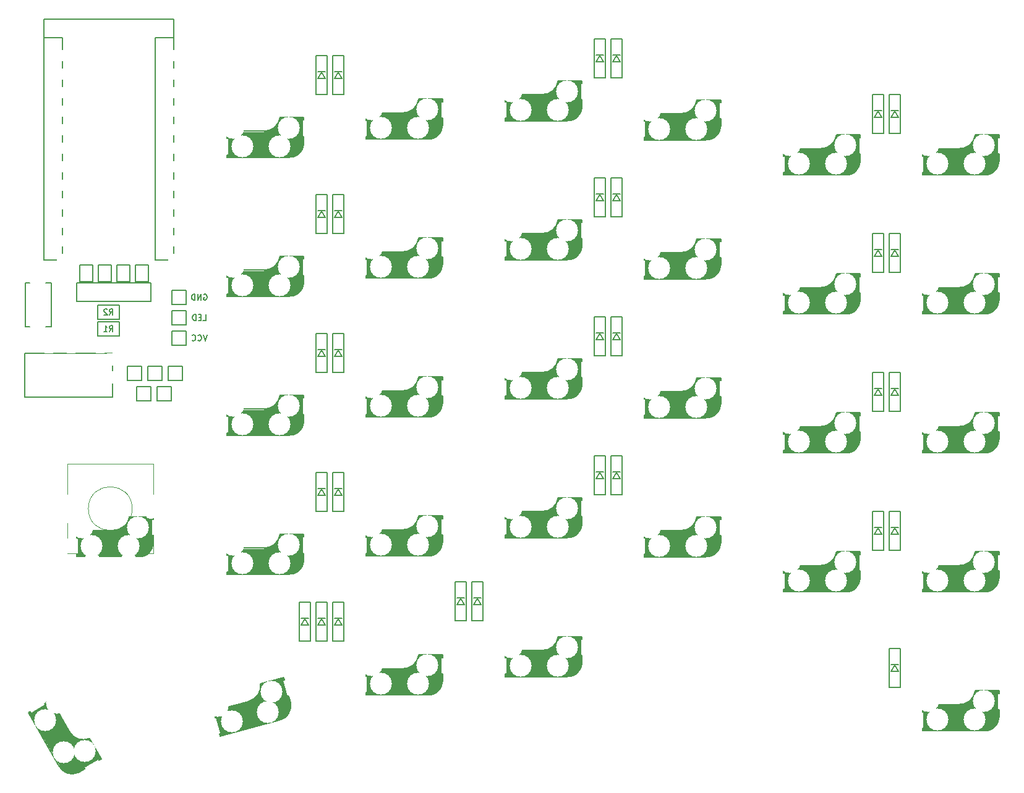
<source format=gbo>
G04 #@! TF.GenerationSoftware,KiCad,Pcbnew,(6.0.2-0)*
G04 #@! TF.CreationDate,2022-02-19T09:10:41+00:00*
G04 #@! TF.ProjectId,SofleKeyboard,536f666c-654b-4657-9962-6f6172642e6b,rev?*
G04 #@! TF.SameCoordinates,Original*
G04 #@! TF.FileFunction,Legend,Bot*
G04 #@! TF.FilePolarity,Positive*
%FSLAX46Y46*%
G04 Gerber Fmt 4.6, Leading zero omitted, Abs format (unit mm)*
G04 Created by KiCad (PCBNEW (6.0.2-0)) date 2022-02-19 09:10:41*
%MOMM*%
%LPD*%
G01*
G04 APERTURE LIST*
%ADD10C,0.150000*%
%ADD11C,3.500000*%
%ADD12C,0.300000*%
%ADD13C,0.400000*%
%ADD14C,1.000000*%
%ADD15C,0.500000*%
%ADD16C,0.800000*%
%ADD17C,3.000000*%
%ADD18C,0.120000*%
%ADD19C,1.524000*%
%ADD20R,0.950000X1.300000*%
%ADD21C,1.397000*%
%ADD22C,2.000000*%
%ADD23C,3.000000*%
%ADD24C,1.800000*%
%ADD25C,4.100000*%
%ADD26R,2.300000X2.000000*%
%ADD27O,1.500000X2.800000*%
%ADD28C,4.000000*%
%ADD29C,4.700000*%
%ADD30C,1.200000*%
%ADD31O,2.500000X1.700000*%
%ADD32R,1.143000X0.635000*%
G04 APERTURE END LIST*
D10*
X93097333Y-82657904D02*
X93364000Y-82276952D01*
X93554476Y-82657904D02*
X93554476Y-81857904D01*
X93249714Y-81857904D01*
X93173523Y-81896000D01*
X93135428Y-81934095D01*
X93097333Y-82010285D01*
X93097333Y-82124571D01*
X93135428Y-82200761D01*
X93173523Y-82238857D01*
X93249714Y-82276952D01*
X93554476Y-82276952D01*
X92335428Y-82657904D02*
X92792571Y-82657904D01*
X92564000Y-82657904D02*
X92564000Y-81857904D01*
X92640190Y-81972190D01*
X92716380Y-82048380D01*
X92792571Y-82086476D01*
X93097333Y-80371904D02*
X93364000Y-79990952D01*
X93554476Y-80371904D02*
X93554476Y-79571904D01*
X93249714Y-79571904D01*
X93173523Y-79610000D01*
X93135428Y-79648095D01*
X93097333Y-79724285D01*
X93097333Y-79838571D01*
X93135428Y-79914761D01*
X93173523Y-79952857D01*
X93249714Y-79990952D01*
X93554476Y-79990952D01*
X92792571Y-79648095D02*
X92754476Y-79610000D01*
X92678285Y-79571904D01*
X92487809Y-79571904D01*
X92411619Y-79610000D01*
X92373523Y-79648095D01*
X92335428Y-79724285D01*
X92335428Y-79800476D01*
X92373523Y-79914761D01*
X92830666Y-80371904D01*
X92335428Y-80371904D01*
X106019523Y-77578000D02*
X106095714Y-77539904D01*
X106210000Y-77539904D01*
X106324285Y-77578000D01*
X106400476Y-77654190D01*
X106438571Y-77730380D01*
X106476666Y-77882761D01*
X106476666Y-77997047D01*
X106438571Y-78149428D01*
X106400476Y-78225619D01*
X106324285Y-78301809D01*
X106210000Y-78339904D01*
X106133809Y-78339904D01*
X106019523Y-78301809D01*
X105981428Y-78263714D01*
X105981428Y-77997047D01*
X106133809Y-77997047D01*
X105638571Y-78339904D02*
X105638571Y-77539904D01*
X105181428Y-78339904D01*
X105181428Y-77539904D01*
X104800476Y-78339904D02*
X104800476Y-77539904D01*
X104610000Y-77539904D01*
X104495714Y-77578000D01*
X104419523Y-77654190D01*
X104381428Y-77730380D01*
X104343333Y-77882761D01*
X104343333Y-77997047D01*
X104381428Y-78149428D01*
X104419523Y-78225619D01*
X104495714Y-78301809D01*
X104610000Y-78339904D01*
X104800476Y-78339904D01*
X106476666Y-83127904D02*
X106210000Y-83927904D01*
X105943333Y-83127904D01*
X105219523Y-83851714D02*
X105257619Y-83889809D01*
X105371904Y-83927904D01*
X105448095Y-83927904D01*
X105562380Y-83889809D01*
X105638571Y-83813619D01*
X105676666Y-83737428D01*
X105714761Y-83585047D01*
X105714761Y-83470761D01*
X105676666Y-83318380D01*
X105638571Y-83242190D01*
X105562380Y-83166000D01*
X105448095Y-83127904D01*
X105371904Y-83127904D01*
X105257619Y-83166000D01*
X105219523Y-83204095D01*
X104419523Y-83851714D02*
X104457619Y-83889809D01*
X104571904Y-83927904D01*
X104648095Y-83927904D01*
X104762380Y-83889809D01*
X104838571Y-83813619D01*
X104876666Y-83737428D01*
X104914761Y-83585047D01*
X104914761Y-83470761D01*
X104876666Y-83318380D01*
X104838571Y-83242190D01*
X104762380Y-83166000D01*
X104648095Y-83127904D01*
X104571904Y-83127904D01*
X104457619Y-83166000D01*
X104419523Y-83204095D01*
X105924285Y-81133904D02*
X106305238Y-81133904D01*
X106305238Y-80333904D01*
X105657619Y-80714857D02*
X105390952Y-80714857D01*
X105276666Y-81133904D02*
X105657619Y-81133904D01*
X105657619Y-80333904D01*
X105276666Y-80333904D01*
X104933809Y-81133904D02*
X104933809Y-80333904D01*
X104743333Y-80333904D01*
X104629047Y-80372000D01*
X104552857Y-80448190D01*
X104514761Y-80524380D01*
X104476666Y-80676761D01*
X104476666Y-80791047D01*
X104514761Y-80943428D01*
X104552857Y-81019619D01*
X104629047Y-81095809D01*
X104743333Y-81133904D01*
X104933809Y-81133904D01*
X121674000Y-47998000D02*
X122174000Y-47098000D01*
X122924000Y-50198000D02*
X122924000Y-44798000D01*
X121424000Y-50198000D02*
X122924000Y-50198000D01*
X122674000Y-47998000D02*
X121674000Y-47998000D01*
X121424000Y-44798000D02*
X121424000Y-50198000D01*
X122674000Y-46998000D02*
X121674000Y-46998000D01*
X122174000Y-47098000D02*
X122674000Y-47998000D01*
X122924000Y-44798000D02*
X121424000Y-44798000D01*
X124960000Y-46998000D02*
X123960000Y-46998000D01*
X123710000Y-44798000D02*
X123710000Y-50198000D01*
X125210000Y-50198000D02*
X125210000Y-44798000D01*
X123710000Y-50198000D02*
X125210000Y-50198000D01*
X123960000Y-47998000D02*
X124460000Y-47098000D01*
X125210000Y-44798000D02*
X123710000Y-44798000D01*
X124460000Y-47098000D02*
X124960000Y-47998000D01*
X124960000Y-47998000D02*
X123960000Y-47998000D01*
X160774000Y-44712000D02*
X159774000Y-44712000D01*
X159774000Y-45712000D02*
X160274000Y-44812000D01*
X160274000Y-44812000D02*
X160774000Y-45712000D01*
X159524000Y-47912000D02*
X161024000Y-47912000D01*
X159524000Y-42512000D02*
X159524000Y-47912000D01*
X161024000Y-42512000D02*
X159524000Y-42512000D01*
X161024000Y-47912000D02*
X161024000Y-42512000D01*
X160774000Y-45712000D02*
X159774000Y-45712000D01*
X162560000Y-44812000D02*
X163060000Y-45712000D01*
X161810000Y-42512000D02*
X161810000Y-47912000D01*
X163310000Y-47912000D02*
X163310000Y-42512000D01*
X161810000Y-47912000D02*
X163310000Y-47912000D01*
X163310000Y-42512000D02*
X161810000Y-42512000D01*
X163060000Y-44712000D02*
X162060000Y-44712000D01*
X163060000Y-45712000D02*
X162060000Y-45712000D01*
X162060000Y-45712000D02*
X162560000Y-44812000D01*
X197624000Y-50132000D02*
X197624000Y-55532000D01*
X198874000Y-52332000D02*
X197874000Y-52332000D01*
X198374000Y-52432000D02*
X198874000Y-53332000D01*
X199124000Y-50132000D02*
X197624000Y-50132000D01*
X197874000Y-53332000D02*
X198374000Y-52432000D01*
X197624000Y-55532000D02*
X199124000Y-55532000D01*
X198874000Y-53332000D02*
X197874000Y-53332000D01*
X199124000Y-55532000D02*
X199124000Y-50132000D01*
X201160000Y-52332000D02*
X200160000Y-52332000D01*
X199910000Y-50132000D02*
X199910000Y-55532000D01*
X199910000Y-55532000D02*
X201410000Y-55532000D01*
X201410000Y-55532000D02*
X201410000Y-50132000D01*
X201160000Y-53332000D02*
X200160000Y-53332000D01*
X200160000Y-53332000D02*
X200660000Y-52432000D01*
X200660000Y-52432000D02*
X201160000Y-53332000D01*
X201410000Y-50132000D02*
X199910000Y-50132000D01*
X121424000Y-63848000D02*
X121424000Y-69248000D01*
X122674000Y-67048000D02*
X121674000Y-67048000D01*
X122174000Y-66148000D02*
X122674000Y-67048000D01*
X121674000Y-67048000D02*
X122174000Y-66148000D01*
X122924000Y-69248000D02*
X122924000Y-63848000D01*
X121424000Y-69248000D02*
X122924000Y-69248000D01*
X122924000Y-63848000D02*
X121424000Y-63848000D01*
X122674000Y-66048000D02*
X121674000Y-66048000D01*
X123960000Y-67048000D02*
X124460000Y-66148000D01*
X125210000Y-69248000D02*
X125210000Y-63848000D01*
X124960000Y-67048000D02*
X123960000Y-67048000D01*
X123710000Y-63848000D02*
X123710000Y-69248000D01*
X125210000Y-63848000D02*
X123710000Y-63848000D01*
X124960000Y-66048000D02*
X123960000Y-66048000D01*
X124460000Y-66148000D02*
X124960000Y-67048000D01*
X123710000Y-69248000D02*
X125210000Y-69248000D01*
X160774000Y-64762000D02*
X159774000Y-64762000D01*
X159524000Y-61562000D02*
X159524000Y-66962000D01*
X161024000Y-61562000D02*
X159524000Y-61562000D01*
X160774000Y-63762000D02*
X159774000Y-63762000D01*
X161024000Y-66962000D02*
X161024000Y-61562000D01*
X159774000Y-64762000D02*
X160274000Y-63862000D01*
X159524000Y-66962000D02*
X161024000Y-66962000D01*
X160274000Y-63862000D02*
X160774000Y-64762000D01*
X161810000Y-61562000D02*
X161810000Y-66962000D01*
X163310000Y-66962000D02*
X163310000Y-61562000D01*
X162060000Y-64762000D02*
X162560000Y-63862000D01*
X163060000Y-64762000D02*
X162060000Y-64762000D01*
X162560000Y-63862000D02*
X163060000Y-64762000D01*
X163060000Y-63762000D02*
X162060000Y-63762000D01*
X163310000Y-61562000D02*
X161810000Y-61562000D01*
X161810000Y-66962000D02*
X163310000Y-66962000D01*
X198874000Y-71382000D02*
X197874000Y-71382000D01*
X197624000Y-69182000D02*
X197624000Y-74582000D01*
X198874000Y-72382000D02*
X197874000Y-72382000D01*
X199124000Y-69182000D02*
X197624000Y-69182000D01*
X197624000Y-74582000D02*
X199124000Y-74582000D01*
X197874000Y-72382000D02*
X198374000Y-71482000D01*
X199124000Y-74582000D02*
X199124000Y-69182000D01*
X198374000Y-71482000D02*
X198874000Y-72382000D01*
X200160000Y-72382000D02*
X200660000Y-71482000D01*
X201160000Y-71382000D02*
X200160000Y-71382000D01*
X200660000Y-71482000D02*
X201160000Y-72382000D01*
X201410000Y-74582000D02*
X201410000Y-69182000D01*
X199910000Y-69182000D02*
X199910000Y-74582000D01*
X201410000Y-69182000D02*
X199910000Y-69182000D01*
X199910000Y-74582000D02*
X201410000Y-74582000D01*
X201160000Y-72382000D02*
X200160000Y-72382000D01*
X121424000Y-88298000D02*
X122924000Y-88298000D01*
X121424000Y-82898000D02*
X121424000Y-88298000D01*
X122174000Y-85198000D02*
X122674000Y-86098000D01*
X122924000Y-82898000D02*
X121424000Y-82898000D01*
X122674000Y-85098000D02*
X121674000Y-85098000D01*
X121674000Y-86098000D02*
X122174000Y-85198000D01*
X122924000Y-88298000D02*
X122924000Y-82898000D01*
X122674000Y-86098000D02*
X121674000Y-86098000D01*
X125210000Y-82898000D02*
X123710000Y-82898000D01*
X124460000Y-85198000D02*
X124960000Y-86098000D01*
X123710000Y-88298000D02*
X125210000Y-88298000D01*
X123710000Y-82898000D02*
X123710000Y-88298000D01*
X124960000Y-85098000D02*
X123960000Y-85098000D01*
X125210000Y-88298000D02*
X125210000Y-82898000D01*
X124960000Y-86098000D02*
X123960000Y-86098000D01*
X123960000Y-86098000D02*
X124460000Y-85198000D01*
X159524000Y-86012000D02*
X161024000Y-86012000D01*
X159774000Y-83812000D02*
X160274000Y-82912000D01*
X160774000Y-83812000D02*
X159774000Y-83812000D01*
X160774000Y-82812000D02*
X159774000Y-82812000D01*
X161024000Y-80612000D02*
X159524000Y-80612000D01*
X160274000Y-82912000D02*
X160774000Y-83812000D01*
X159524000Y-80612000D02*
X159524000Y-86012000D01*
X161024000Y-86012000D02*
X161024000Y-80612000D01*
X163310000Y-80612000D02*
X161810000Y-80612000D01*
X162060000Y-83812000D02*
X162560000Y-82912000D01*
X163060000Y-82812000D02*
X162060000Y-82812000D01*
X163310000Y-86012000D02*
X163310000Y-80612000D01*
X162560000Y-82912000D02*
X163060000Y-83812000D01*
X161810000Y-80612000D02*
X161810000Y-86012000D01*
X163060000Y-83812000D02*
X162060000Y-83812000D01*
X161810000Y-86012000D02*
X163310000Y-86012000D01*
X199124000Y-88232000D02*
X197624000Y-88232000D01*
X197624000Y-88232000D02*
X197624000Y-93632000D01*
X198874000Y-91432000D02*
X197874000Y-91432000D01*
X199124000Y-93632000D02*
X199124000Y-88232000D01*
X197874000Y-91432000D02*
X198374000Y-90532000D01*
X198874000Y-90432000D02*
X197874000Y-90432000D01*
X198374000Y-90532000D02*
X198874000Y-91432000D01*
X197624000Y-93632000D02*
X199124000Y-93632000D01*
X199910000Y-93632000D02*
X201410000Y-93632000D01*
X201410000Y-88232000D02*
X199910000Y-88232000D01*
X200660000Y-90532000D02*
X201160000Y-91432000D01*
X201160000Y-91432000D02*
X200160000Y-91432000D01*
X201160000Y-90432000D02*
X200160000Y-90432000D01*
X201410000Y-93632000D02*
X201410000Y-88232000D01*
X199910000Y-88232000D02*
X199910000Y-93632000D01*
X200160000Y-91432000D02*
X200660000Y-90532000D01*
X121674000Y-105148000D02*
X122174000Y-104248000D01*
X122174000Y-104248000D02*
X122674000Y-105148000D01*
X121424000Y-101948000D02*
X121424000Y-107348000D01*
X122924000Y-107348000D02*
X122924000Y-101948000D01*
X122674000Y-105148000D02*
X121674000Y-105148000D01*
X121424000Y-107348000D02*
X122924000Y-107348000D01*
X122674000Y-104148000D02*
X121674000Y-104148000D01*
X122924000Y-101948000D02*
X121424000Y-101948000D01*
X124460000Y-104248000D02*
X124960000Y-105148000D01*
X123710000Y-101948000D02*
X123710000Y-107348000D01*
X125210000Y-107348000D02*
X125210000Y-101948000D01*
X123710000Y-107348000D02*
X125210000Y-107348000D01*
X125210000Y-101948000D02*
X123710000Y-101948000D01*
X124960000Y-104148000D02*
X123960000Y-104148000D01*
X123960000Y-105148000D02*
X124460000Y-104248000D01*
X124960000Y-105148000D02*
X123960000Y-105148000D01*
X159524000Y-105062000D02*
X161024000Y-105062000D01*
X160774000Y-102862000D02*
X159774000Y-102862000D01*
X159524000Y-99662000D02*
X159524000Y-105062000D01*
X160774000Y-101862000D02*
X159774000Y-101862000D01*
X161024000Y-105062000D02*
X161024000Y-99662000D01*
X161024000Y-99662000D02*
X159524000Y-99662000D01*
X159774000Y-102862000D02*
X160274000Y-101962000D01*
X160274000Y-101962000D02*
X160774000Y-102862000D01*
X161810000Y-99662000D02*
X161810000Y-105062000D01*
X162060000Y-102862000D02*
X162560000Y-101962000D01*
X163310000Y-99662000D02*
X161810000Y-99662000D01*
X163060000Y-102862000D02*
X162060000Y-102862000D01*
X163310000Y-105062000D02*
X163310000Y-99662000D01*
X161810000Y-105062000D02*
X163310000Y-105062000D01*
X163060000Y-101862000D02*
X162060000Y-101862000D01*
X162560000Y-101962000D02*
X163060000Y-102862000D01*
X198374000Y-109582000D02*
X198874000Y-110482000D01*
X199124000Y-112682000D02*
X199124000Y-107282000D01*
X197874000Y-110482000D02*
X198374000Y-109582000D01*
X198874000Y-110482000D02*
X197874000Y-110482000D01*
X198874000Y-109482000D02*
X197874000Y-109482000D01*
X199124000Y-107282000D02*
X197624000Y-107282000D01*
X197624000Y-112682000D02*
X199124000Y-112682000D01*
X197624000Y-107282000D02*
X197624000Y-112682000D01*
X199910000Y-112682000D02*
X201410000Y-112682000D01*
X201410000Y-107282000D02*
X199910000Y-107282000D01*
X200160000Y-110482000D02*
X200660000Y-109582000D01*
X201410000Y-112682000D02*
X201410000Y-107282000D01*
X201160000Y-109482000D02*
X200160000Y-109482000D01*
X201160000Y-110482000D02*
X200160000Y-110482000D01*
X199910000Y-107282000D02*
X199910000Y-112682000D01*
X200660000Y-109582000D02*
X201160000Y-110482000D01*
X119388000Y-122921000D02*
X119888000Y-122021000D01*
X119138000Y-119721000D02*
X119138000Y-125121000D01*
X120638000Y-119721000D02*
X119138000Y-119721000D01*
X120638000Y-125121000D02*
X120638000Y-119721000D01*
X120388000Y-122921000D02*
X119388000Y-122921000D01*
X119888000Y-122021000D02*
X120388000Y-122921000D01*
X119138000Y-125121000D02*
X120638000Y-125121000D01*
X120388000Y-121921000D02*
X119388000Y-121921000D01*
X122924000Y-125128000D02*
X122924000Y-119728000D01*
X121424000Y-125128000D02*
X122924000Y-125128000D01*
X122674000Y-121928000D02*
X121674000Y-121928000D01*
X122674000Y-122928000D02*
X121674000Y-122928000D01*
X122924000Y-119728000D02*
X121424000Y-119728000D01*
X122174000Y-122028000D02*
X122674000Y-122928000D01*
X121424000Y-119728000D02*
X121424000Y-125128000D01*
X121674000Y-122928000D02*
X122174000Y-122028000D01*
X124960000Y-121921000D02*
X123960000Y-121921000D01*
X124960000Y-122921000D02*
X123960000Y-122921000D01*
X123960000Y-122921000D02*
X124460000Y-122021000D01*
X124460000Y-122021000D02*
X124960000Y-122921000D01*
X123710000Y-119721000D02*
X123710000Y-125121000D01*
X125210000Y-119721000D02*
X123710000Y-119721000D01*
X123710000Y-125121000D02*
X125210000Y-125121000D01*
X125210000Y-125121000D02*
X125210000Y-119721000D01*
X141724000Y-120131000D02*
X140724000Y-120131000D01*
X140474000Y-122331000D02*
X141974000Y-122331000D01*
X141974000Y-116931000D02*
X140474000Y-116931000D01*
X141724000Y-119131000D02*
X140724000Y-119131000D01*
X141974000Y-122331000D02*
X141974000Y-116931000D01*
X141224000Y-119231000D02*
X141724000Y-120131000D01*
X140474000Y-116931000D02*
X140474000Y-122331000D01*
X140724000Y-120131000D02*
X141224000Y-119231000D01*
X144260000Y-116934000D02*
X142760000Y-116934000D01*
X144010000Y-119134000D02*
X143010000Y-119134000D01*
X143010000Y-120134000D02*
X143510000Y-119234000D01*
X144010000Y-120134000D02*
X143010000Y-120134000D01*
X143510000Y-119234000D02*
X144010000Y-120134000D01*
X142760000Y-122334000D02*
X144260000Y-122334000D01*
X144260000Y-122334000D02*
X144260000Y-116934000D01*
X142760000Y-116934000D02*
X142760000Y-122334000D01*
X200160000Y-129278000D02*
X200660000Y-128378000D01*
X201410000Y-131478000D02*
X201410000Y-126078000D01*
X201160000Y-129278000D02*
X200160000Y-129278000D01*
X200660000Y-128378000D02*
X201160000Y-129278000D01*
X199910000Y-126078000D02*
X199910000Y-131478000D01*
X201410000Y-126078000D02*
X199910000Y-126078000D01*
X201160000Y-128278000D02*
X200160000Y-128278000D01*
X199910000Y-131478000D02*
X201410000Y-131478000D01*
X98806000Y-78486000D02*
X88646000Y-78486000D01*
X98806000Y-75946000D02*
X98806000Y-78486000D01*
X88646000Y-78486000D02*
X88646000Y-75946000D01*
X88646000Y-75946000D02*
X98806000Y-75946000D01*
X94464000Y-83296000D02*
X91464000Y-83296000D01*
X91464000Y-81296000D02*
X94464000Y-81296000D01*
X91464000Y-83296000D02*
X91464000Y-81296000D01*
X94464000Y-81296000D02*
X94464000Y-83296000D01*
X94464000Y-79010000D02*
X94464000Y-81010000D01*
X91464000Y-81010000D02*
X91464000Y-79010000D01*
X91464000Y-79010000D02*
X94464000Y-79010000D01*
X94464000Y-81010000D02*
X91464000Y-81010000D01*
X81612000Y-81994000D02*
X82212000Y-81994000D01*
X81612000Y-75994000D02*
X82212000Y-75994000D01*
X85112000Y-75994000D02*
X85112000Y-81994000D01*
X85112000Y-81994000D02*
X84412000Y-81994000D01*
X81612000Y-81994000D02*
X81612000Y-75994000D01*
X85112000Y-75994000D02*
X84412000Y-75994000D01*
X85112000Y-75994000D02*
X85112000Y-81894000D01*
X109427180Y-58439380D02*
X109227180Y-58439380D01*
X114227180Y-55189380D02*
X109227180Y-55189380D01*
X119727180Y-55889380D02*
X119527180Y-55889380D01*
X119727180Y-53289380D02*
X119727180Y-53649380D01*
X109227180Y-58789380D02*
X117627181Y-58789380D01*
X119727180Y-56889380D02*
X119727180Y-55889380D01*
D11*
X111227180Y-56989380D02*
X117927180Y-56989380D01*
D10*
X119727180Y-53289380D02*
X116447180Y-53289380D01*
D12*
X119627180Y-55989381D02*
X119627180Y-56889380D01*
D13*
X109427180Y-58589380D02*
X110827180Y-58589380D01*
D10*
X109227180Y-55189380D02*
X109227180Y-56189380D01*
X109227180Y-56189380D02*
X109427180Y-56189380D01*
D14*
X109927180Y-58189380D02*
X109927180Y-55689380D01*
D15*
X119527180Y-53489380D02*
X116827180Y-53489380D01*
D10*
X119497180Y-55889380D02*
X119497180Y-53649380D01*
D13*
X109427180Y-56089380D02*
X109427180Y-55389380D01*
D16*
X119127180Y-53789380D02*
X119127180Y-55589379D01*
D15*
X109527180Y-55489380D02*
X110927180Y-55489380D01*
D17*
X117997180Y-57289380D02*
X117997180Y-55049380D01*
D10*
X109227180Y-58439380D02*
X109227180Y-58789380D01*
X109447180Y-56189380D02*
X109447180Y-58439380D01*
X119527180Y-53649380D02*
X119727180Y-53649380D01*
X114227180Y-55189380D02*
G75*
G03*
X116443498Y-53310851I65001J2169999D01*
G01*
X117627181Y-58789381D02*
G75*
G03*
X119727180Y-56889379I100000J1999999D01*
G01*
D14*
X114627180Y-55589380D02*
G75*
G03*
X116843498Y-53710851I65001J2169999D01*
G01*
D17*
X136996000Y-54788000D02*
X136996000Y-52548000D01*
D13*
X128426000Y-53588000D02*
X128426000Y-52888000D01*
D15*
X138526000Y-50988000D02*
X135826000Y-50988000D01*
D12*
X138626000Y-53488001D02*
X138626000Y-54388000D01*
D10*
X138526000Y-51148000D02*
X138726000Y-51148000D01*
X128446000Y-53688000D02*
X128446000Y-55938000D01*
D13*
X128426000Y-56088000D02*
X129826000Y-56088000D01*
D10*
X128226000Y-53688000D02*
X128426000Y-53688000D01*
X128426000Y-55938000D02*
X128226000Y-55938000D01*
X133226000Y-52688000D02*
X128226000Y-52688000D01*
X128226000Y-55938000D02*
X128226000Y-56288000D01*
D16*
X138126000Y-51288000D02*
X138126000Y-53087999D01*
D10*
X138726000Y-54388000D02*
X138726000Y-53388000D01*
X138726000Y-50788000D02*
X138726000Y-51148000D01*
D15*
X128526000Y-52988000D02*
X129926000Y-52988000D01*
D14*
X128926000Y-55688000D02*
X128926000Y-53188000D01*
D10*
X128226000Y-52688000D02*
X128226000Y-53688000D01*
X138726000Y-50788000D02*
X135446000Y-50788000D01*
X138496000Y-53388000D02*
X138496000Y-51148000D01*
D11*
X130226000Y-54488000D02*
X136926000Y-54488000D01*
D10*
X138726000Y-53388000D02*
X138526000Y-53388000D01*
X128226000Y-56288000D02*
X136626001Y-56288000D01*
D14*
X133626000Y-53088000D02*
G75*
G03*
X135842318Y-51209471I65001J2169999D01*
G01*
D10*
X136626001Y-56288001D02*
G75*
G03*
X138726000Y-54387999I100000J1999999D01*
G01*
X133226000Y-52688000D02*
G75*
G03*
X135442318Y-50809471I65001J2169999D01*
G01*
X147326000Y-51170000D02*
X147526000Y-51170000D01*
X157826000Y-51870000D02*
X157826000Y-50870000D01*
D17*
X156096000Y-52270000D02*
X156096000Y-50030000D01*
D16*
X157226000Y-48770000D02*
X157226000Y-50569999D01*
D14*
X148026000Y-53170000D02*
X148026000Y-50670000D01*
D11*
X149326000Y-51970000D02*
X156026000Y-51970000D01*
D10*
X147326000Y-50170000D02*
X147326000Y-51170000D01*
X147526000Y-53420000D02*
X147326000Y-53420000D01*
D13*
X147526000Y-51070000D02*
X147526000Y-50370000D01*
D15*
X157626000Y-48470000D02*
X154926000Y-48470000D01*
D10*
X157826000Y-48270000D02*
X154546000Y-48270000D01*
X157826000Y-50870000D02*
X157626000Y-50870000D01*
X157596000Y-50870000D02*
X157596000Y-48630000D01*
D15*
X147626000Y-50470000D02*
X149026000Y-50470000D01*
D10*
X157626000Y-48630000D02*
X157826000Y-48630000D01*
X152326000Y-50170000D02*
X147326000Y-50170000D01*
D13*
X147526000Y-53570000D02*
X148926000Y-53570000D01*
D12*
X157726000Y-50970001D02*
X157726000Y-51870000D01*
D10*
X147546000Y-51170000D02*
X147546000Y-53420000D01*
X147326000Y-53770000D02*
X155726001Y-53770000D01*
X157826000Y-48270000D02*
X157826000Y-48630000D01*
X147326000Y-53420000D02*
X147326000Y-53770000D01*
D14*
X152726000Y-50570000D02*
G75*
G03*
X154942318Y-48691471I65001J2169999D01*
G01*
D10*
X152326000Y-50170000D02*
G75*
G03*
X154542318Y-48291471I65001J2169999D01*
G01*
X155726001Y-53770001D02*
G75*
G03*
X157826000Y-51869999I100000J1999999D01*
G01*
D15*
X166627000Y-53089000D02*
X168027000Y-53089000D01*
D10*
X176827000Y-54489000D02*
X176827000Y-53489000D01*
X166527000Y-56039000D02*
X166327000Y-56039000D01*
D16*
X176227000Y-51389000D02*
X176227000Y-53188999D01*
D10*
X166327000Y-53789000D02*
X166527000Y-53789000D01*
D15*
X176627000Y-51089000D02*
X173927000Y-51089000D01*
D10*
X166327000Y-52789000D02*
X166327000Y-53789000D01*
X176827000Y-50889000D02*
X173547000Y-50889000D01*
X166327000Y-56039000D02*
X166327000Y-56389000D01*
X176827000Y-50889000D02*
X176827000Y-51249000D01*
D13*
X166527000Y-53689000D02*
X166527000Y-52989000D01*
D10*
X176627000Y-51249000D02*
X176827000Y-51249000D01*
X166547000Y-53789000D02*
X166547000Y-56039000D01*
D13*
X166527000Y-56189000D02*
X167927000Y-56189000D01*
D10*
X176597000Y-53489000D02*
X176597000Y-51249000D01*
D14*
X167027000Y-55789000D02*
X167027000Y-53289000D01*
D17*
X175097000Y-54889000D02*
X175097000Y-52649000D01*
D12*
X176727000Y-53589001D02*
X176727000Y-54489000D01*
D10*
X171327000Y-52789000D02*
X166327000Y-52789000D01*
X166327000Y-56389000D02*
X174727001Y-56389000D01*
D11*
X168327000Y-54589000D02*
X175027000Y-54589000D01*
D10*
X176827000Y-53489000D02*
X176627000Y-53489000D01*
D14*
X171727000Y-53189000D02*
G75*
G03*
X173943318Y-51310471I65001J2169999D01*
G01*
D10*
X174727001Y-56389001D02*
G75*
G03*
X176827000Y-54488999I100000J1999999D01*
G01*
X171327000Y-52789000D02*
G75*
G03*
X173543318Y-50910471I65001J2169999D01*
G01*
D15*
X185726000Y-57889000D02*
X187126000Y-57889000D01*
D10*
X195696000Y-58289000D02*
X195696000Y-56049000D01*
X195926000Y-55689000D02*
X192646000Y-55689000D01*
D13*
X185626000Y-58489000D02*
X185626000Y-57789000D01*
D10*
X195726000Y-56049000D02*
X195926000Y-56049000D01*
X185426000Y-57589000D02*
X185426000Y-58589000D01*
X185426000Y-60839000D02*
X185426000Y-61189000D01*
X185426000Y-58589000D02*
X185626000Y-58589000D01*
X185626000Y-60839000D02*
X185426000Y-60839000D01*
X195926000Y-55689000D02*
X195926000Y-56049000D01*
D13*
X185626000Y-60989000D02*
X187026000Y-60989000D01*
D16*
X195326000Y-56189000D02*
X195326000Y-57988999D01*
D15*
X195726000Y-55889000D02*
X193026000Y-55889000D01*
D11*
X187426000Y-59389000D02*
X194126000Y-59389000D01*
D10*
X190426000Y-57589000D02*
X185426000Y-57589000D01*
D17*
X194196000Y-59689000D02*
X194196000Y-57449000D01*
D10*
X195926000Y-59289000D02*
X195926000Y-58289000D01*
D12*
X195826000Y-58389001D02*
X195826000Y-59289000D01*
D10*
X185426000Y-61189000D02*
X193826001Y-61189000D01*
X185646000Y-58589000D02*
X185646000Y-60839000D01*
X195926000Y-58289000D02*
X195726000Y-58289000D01*
D14*
X186126000Y-60589000D02*
X186126000Y-58089000D01*
D10*
X193826001Y-61189001D02*
G75*
G03*
X195926000Y-59288999I100000J1999999D01*
G01*
D14*
X190826000Y-57989000D02*
G75*
G03*
X193042318Y-56110471I65001J2169999D01*
G01*
D10*
X190426000Y-57589000D02*
G75*
G03*
X192642318Y-55710471I65001J2169999D01*
G01*
D13*
X204625340Y-58490740D02*
X204625340Y-57790740D01*
D14*
X205125340Y-60590740D02*
X205125340Y-58090740D01*
D10*
X214925340Y-55690740D02*
X214925340Y-56050740D01*
X214925340Y-58290740D02*
X214725340Y-58290740D01*
X204425340Y-57590740D02*
X204425340Y-58590740D01*
X204645340Y-58590740D02*
X204645340Y-60840740D01*
D15*
X204725340Y-57890740D02*
X206125340Y-57890740D01*
D10*
X204625340Y-60840740D02*
X204425340Y-60840740D01*
X214725340Y-56050740D02*
X214925340Y-56050740D01*
D12*
X214825340Y-58390741D02*
X214825340Y-59290740D01*
D17*
X213195340Y-59690740D02*
X213195340Y-57450740D01*
D10*
X209425340Y-57590740D02*
X204425340Y-57590740D01*
X214695340Y-58290740D02*
X214695340Y-56050740D01*
X204425340Y-58590740D02*
X204625340Y-58590740D01*
D15*
X214725340Y-55890740D02*
X212025340Y-55890740D01*
D11*
X206425340Y-59390740D02*
X213125340Y-59390740D01*
D10*
X204425340Y-61190740D02*
X212825341Y-61190740D01*
D16*
X214325340Y-56190740D02*
X214325340Y-57990739D01*
D10*
X214925340Y-59290740D02*
X214925340Y-58290740D01*
D13*
X204625340Y-60990740D02*
X206025340Y-60990740D01*
D10*
X214925340Y-55690740D02*
X211645340Y-55690740D01*
X204425340Y-60840740D02*
X204425340Y-61190740D01*
X212825341Y-61190741D02*
G75*
G03*
X214925340Y-59290739I100000J1999999D01*
G01*
X209425340Y-57590740D02*
G75*
G03*
X211641658Y-55712211I65001J2169999D01*
G01*
D14*
X209825340Y-57990740D02*
G75*
G03*
X212041658Y-56112211I65001J2169999D01*
G01*
D10*
X109447180Y-75239380D02*
X109447180Y-77489380D01*
X109427180Y-77489380D02*
X109227180Y-77489380D01*
X119497180Y-74939380D02*
X119497180Y-72699380D01*
D13*
X109427180Y-77639380D02*
X110827180Y-77639380D01*
D14*
X109927180Y-77239380D02*
X109927180Y-74739380D01*
D17*
X117997180Y-76339380D02*
X117997180Y-74099380D01*
D12*
X119627180Y-75039381D02*
X119627180Y-75939380D01*
D10*
X119727180Y-75939380D02*
X119727180Y-74939380D01*
X119727180Y-74939380D02*
X119527180Y-74939380D01*
X119727180Y-72339380D02*
X116447180Y-72339380D01*
X114227180Y-74239380D02*
X109227180Y-74239380D01*
X109227180Y-77839380D02*
X117627181Y-77839380D01*
D16*
X119127180Y-72839380D02*
X119127180Y-74639379D01*
D10*
X119727180Y-72339380D02*
X119727180Y-72699380D01*
D15*
X119527180Y-72539380D02*
X116827180Y-72539380D01*
X109527180Y-74539380D02*
X110927180Y-74539380D01*
D10*
X119527180Y-72699380D02*
X119727180Y-72699380D01*
X109227180Y-74239380D02*
X109227180Y-75239380D01*
D13*
X109427180Y-75139380D02*
X109427180Y-74439380D01*
D11*
X111227180Y-76039380D02*
X117927180Y-76039380D01*
D10*
X109227180Y-77489380D02*
X109227180Y-77839380D01*
X109227180Y-75239380D02*
X109427180Y-75239380D01*
X114227180Y-74239380D02*
G75*
G03*
X116443498Y-72360851I65001J2169999D01*
G01*
X117627181Y-77839381D02*
G75*
G03*
X119727180Y-75939379I100000J1999999D01*
G01*
D14*
X114627180Y-74639380D02*
G75*
G03*
X116843498Y-72760851I65001J2169999D01*
G01*
D13*
X128426000Y-75138000D02*
X129826000Y-75138000D01*
D10*
X128226000Y-72738000D02*
X128426000Y-72738000D01*
X138726000Y-73438000D02*
X138726000Y-72438000D01*
D15*
X128526000Y-72038000D02*
X129926000Y-72038000D01*
D10*
X128226000Y-75338000D02*
X136626001Y-75338000D01*
D11*
X130226000Y-73538000D02*
X136926000Y-73538000D01*
D13*
X128426000Y-72638000D02*
X128426000Y-71938000D01*
D10*
X133226000Y-71738000D02*
X128226000Y-71738000D01*
X138496000Y-72438000D02*
X138496000Y-70198000D01*
D14*
X128926000Y-74738000D02*
X128926000Y-72238000D01*
D16*
X138126000Y-70338000D02*
X138126000Y-72137999D01*
D10*
X128226000Y-74988000D02*
X128226000Y-75338000D01*
D17*
X136996000Y-73838000D02*
X136996000Y-71598000D01*
D10*
X138726000Y-69838000D02*
X135446000Y-69838000D01*
D15*
X138526000Y-70038000D02*
X135826000Y-70038000D01*
D10*
X138726000Y-72438000D02*
X138526000Y-72438000D01*
X138526000Y-70198000D02*
X138726000Y-70198000D01*
X128226000Y-71738000D02*
X128226000Y-72738000D01*
X138726000Y-69838000D02*
X138726000Y-70198000D01*
X128426000Y-74988000D02*
X128226000Y-74988000D01*
X128446000Y-72738000D02*
X128446000Y-74988000D01*
D12*
X138626000Y-72538001D02*
X138626000Y-73438000D01*
D10*
X136626001Y-75338001D02*
G75*
G03*
X138726000Y-73437999I100000J1999999D01*
G01*
D14*
X133626000Y-72138000D02*
G75*
G03*
X135842318Y-70259471I65001J2169999D01*
G01*
D10*
X133226000Y-71738000D02*
G75*
G03*
X135442318Y-69859471I65001J2169999D01*
G01*
X152326000Y-69220000D02*
X147326000Y-69220000D01*
X157826000Y-67320000D02*
X157826000Y-67680000D01*
X147326000Y-69220000D02*
X147326000Y-70220000D01*
X147326000Y-72470000D02*
X147326000Y-72820000D01*
D15*
X157626000Y-67520000D02*
X154926000Y-67520000D01*
D13*
X147526000Y-70120000D02*
X147526000Y-69420000D01*
D10*
X147326000Y-72820000D02*
X155726001Y-72820000D01*
D16*
X157226000Y-67820000D02*
X157226000Y-69619999D01*
D10*
X147546000Y-70220000D02*
X147546000Y-72470000D01*
X147326000Y-70220000D02*
X147526000Y-70220000D01*
D13*
X147526000Y-72620000D02*
X148926000Y-72620000D01*
D15*
X147626000Y-69520000D02*
X149026000Y-69520000D01*
D14*
X148026000Y-72220000D02*
X148026000Y-69720000D01*
D10*
X147526000Y-72470000D02*
X147326000Y-72470000D01*
D17*
X156096000Y-71320000D02*
X156096000Y-69080000D01*
D10*
X157626000Y-67680000D02*
X157826000Y-67680000D01*
X157826000Y-67320000D02*
X154546000Y-67320000D01*
X157826000Y-70920000D02*
X157826000Y-69920000D01*
X157596000Y-69920000D02*
X157596000Y-67680000D01*
D11*
X149326000Y-71020000D02*
X156026000Y-71020000D01*
D12*
X157726000Y-70020001D02*
X157726000Y-70920000D01*
D10*
X157826000Y-69920000D02*
X157626000Y-69920000D01*
D14*
X152726000Y-69620000D02*
G75*
G03*
X154942318Y-67741471I65001J2169999D01*
G01*
D10*
X155726001Y-72820001D02*
G75*
G03*
X157826000Y-70919999I100000J1999999D01*
G01*
X152326000Y-69220000D02*
G75*
G03*
X154542318Y-67341471I65001J2169999D01*
G01*
X176827000Y-69939000D02*
X173547000Y-69939000D01*
D16*
X176227000Y-70439000D02*
X176227000Y-72238999D01*
D12*
X176727000Y-72639001D02*
X176727000Y-73539000D01*
D10*
X176827000Y-69939000D02*
X176827000Y-70299000D01*
X176627000Y-70299000D02*
X176827000Y-70299000D01*
D15*
X176627000Y-70139000D02*
X173927000Y-70139000D01*
D11*
X168327000Y-73639000D02*
X175027000Y-73639000D01*
D15*
X166627000Y-72139000D02*
X168027000Y-72139000D01*
D10*
X176827000Y-72539000D02*
X176627000Y-72539000D01*
D13*
X166527000Y-72739000D02*
X166527000Y-72039000D01*
D10*
X171327000Y-71839000D02*
X166327000Y-71839000D01*
X166327000Y-72839000D02*
X166527000Y-72839000D01*
X166327000Y-71839000D02*
X166327000Y-72839000D01*
X166547000Y-72839000D02*
X166547000Y-75089000D01*
X166527000Y-75089000D02*
X166327000Y-75089000D01*
X176597000Y-72539000D02*
X176597000Y-70299000D01*
X166327000Y-75439000D02*
X174727001Y-75439000D01*
X176827000Y-73539000D02*
X176827000Y-72539000D01*
D13*
X166527000Y-75239000D02*
X167927000Y-75239000D01*
D10*
X166327000Y-75089000D02*
X166327000Y-75439000D01*
D17*
X175097000Y-73939000D02*
X175097000Y-71699000D01*
D14*
X167027000Y-74839000D02*
X167027000Y-72339000D01*
D10*
X174727001Y-75439001D02*
G75*
G03*
X176827000Y-73538999I100000J1999999D01*
G01*
D14*
X171727000Y-72239000D02*
G75*
G03*
X173943318Y-70360471I65001J2169999D01*
G01*
D10*
X171327000Y-71839000D02*
G75*
G03*
X173543318Y-69960471I65001J2169999D01*
G01*
X185626000Y-79889000D02*
X185426000Y-79889000D01*
D13*
X185626000Y-80039000D02*
X187026000Y-80039000D01*
D10*
X185426000Y-80239000D02*
X193826001Y-80239000D01*
X195696000Y-77339000D02*
X195696000Y-75099000D01*
D11*
X187426000Y-78439000D02*
X194126000Y-78439000D01*
D13*
X185626000Y-77539000D02*
X185626000Y-76839000D01*
D15*
X185726000Y-76939000D02*
X187126000Y-76939000D01*
D14*
X186126000Y-79639000D02*
X186126000Y-77139000D01*
D10*
X185426000Y-79889000D02*
X185426000Y-80239000D01*
X185426000Y-76639000D02*
X185426000Y-77639000D01*
D15*
X195726000Y-74939000D02*
X193026000Y-74939000D01*
D10*
X190426000Y-76639000D02*
X185426000Y-76639000D01*
X195926000Y-78339000D02*
X195926000Y-77339000D01*
X185426000Y-77639000D02*
X185626000Y-77639000D01*
X195926000Y-77339000D02*
X195726000Y-77339000D01*
D16*
X195326000Y-75239000D02*
X195326000Y-77038999D01*
D10*
X195926000Y-74739000D02*
X192646000Y-74739000D01*
X185646000Y-77639000D02*
X185646000Y-79889000D01*
D12*
X195826000Y-77439001D02*
X195826000Y-78339000D01*
D10*
X195726000Y-75099000D02*
X195926000Y-75099000D01*
D17*
X194196000Y-78739000D02*
X194196000Y-76499000D01*
D10*
X195926000Y-74739000D02*
X195926000Y-75099000D01*
X190426000Y-76639000D02*
G75*
G03*
X192642318Y-74760471I65001J2169999D01*
G01*
X193826001Y-80239001D02*
G75*
G03*
X195926000Y-78338999I100000J1999999D01*
G01*
D14*
X190826000Y-77039000D02*
G75*
G03*
X193042318Y-75160471I65001J2169999D01*
G01*
D10*
X204425340Y-79890740D02*
X204425340Y-80240740D01*
X214925340Y-77340740D02*
X214725340Y-77340740D01*
X214925340Y-78340740D02*
X214925340Y-77340740D01*
X204625340Y-79890740D02*
X204425340Y-79890740D01*
X209425340Y-76640740D02*
X204425340Y-76640740D01*
X204645340Y-77640740D02*
X204645340Y-79890740D01*
X204425340Y-77640740D02*
X204625340Y-77640740D01*
D12*
X214825340Y-77440741D02*
X214825340Y-78340740D01*
D10*
X204425340Y-76640740D02*
X204425340Y-77640740D01*
D13*
X204625340Y-80040740D02*
X206025340Y-80040740D01*
D10*
X214695340Y-77340740D02*
X214695340Y-75100740D01*
D16*
X214325340Y-75240740D02*
X214325340Y-77040739D01*
D10*
X214725340Y-75100740D02*
X214925340Y-75100740D01*
X214925340Y-74740740D02*
X214925340Y-75100740D01*
D14*
X205125340Y-79640740D02*
X205125340Y-77140740D01*
D15*
X204725340Y-76940740D02*
X206125340Y-76940740D01*
D13*
X204625340Y-77540740D02*
X204625340Y-76840740D01*
D10*
X214925340Y-74740740D02*
X211645340Y-74740740D01*
D11*
X206425340Y-78440740D02*
X213125340Y-78440740D01*
D17*
X213195340Y-78740740D02*
X213195340Y-76500740D01*
D10*
X204425340Y-80240740D02*
X212825341Y-80240740D01*
D15*
X214725340Y-74940740D02*
X212025340Y-74940740D01*
D10*
X209425340Y-76640740D02*
G75*
G03*
X211641658Y-74762211I65001J2169999D01*
G01*
X212825341Y-80240741D02*
G75*
G03*
X214925340Y-78340739I100000J1999999D01*
G01*
D14*
X209825340Y-77040740D02*
G75*
G03*
X212041658Y-75162211I65001J2169999D01*
G01*
D10*
X109227180Y-94289380D02*
X109427180Y-94289380D01*
X109427180Y-96539380D02*
X109227180Y-96539380D01*
D15*
X109527180Y-93589380D02*
X110927180Y-93589380D01*
D10*
X109227180Y-93289380D02*
X109227180Y-94289380D01*
D17*
X117997180Y-95389380D02*
X117997180Y-93149380D01*
D10*
X119727180Y-94989380D02*
X119727180Y-93989380D01*
X119527180Y-91749380D02*
X119727180Y-91749380D01*
X119727180Y-91389380D02*
X119727180Y-91749380D01*
X109227180Y-96539380D02*
X109227180Y-96889380D01*
D12*
X119627180Y-94089381D02*
X119627180Y-94989380D01*
D11*
X111227180Y-95089380D02*
X117927180Y-95089380D01*
D10*
X119727180Y-93989380D02*
X119527180Y-93989380D01*
D16*
X119127180Y-91889380D02*
X119127180Y-93689379D01*
D13*
X109427180Y-96689380D02*
X110827180Y-96689380D01*
D10*
X114227180Y-93289380D02*
X109227180Y-93289380D01*
X119497180Y-93989380D02*
X119497180Y-91749380D01*
D15*
X119527180Y-91589380D02*
X116827180Y-91589380D01*
D10*
X109447180Y-94289380D02*
X109447180Y-96539380D01*
X109227180Y-96889380D02*
X117627181Y-96889380D01*
D14*
X109927180Y-96289380D02*
X109927180Y-93789380D01*
D13*
X109427180Y-94189380D02*
X109427180Y-93489380D01*
D10*
X119727180Y-91389380D02*
X116447180Y-91389380D01*
X114227180Y-93289380D02*
G75*
G03*
X116443498Y-91410851I65001J2169999D01*
G01*
X117627181Y-96889381D02*
G75*
G03*
X119727180Y-94989379I100000J1999999D01*
G01*
D14*
X114627180Y-93689380D02*
G75*
G03*
X116843498Y-91810851I65001J2169999D01*
G01*
D17*
X136996000Y-92888000D02*
X136996000Y-90648000D01*
D15*
X138526000Y-89088000D02*
X135826000Y-89088000D01*
D10*
X128226000Y-94038000D02*
X128226000Y-94388000D01*
X133226000Y-90788000D02*
X128226000Y-90788000D01*
X128226000Y-91788000D02*
X128426000Y-91788000D01*
D11*
X130226000Y-92588000D02*
X136926000Y-92588000D01*
D10*
X138496000Y-91488000D02*
X138496000Y-89248000D01*
D15*
X128526000Y-91088000D02*
X129926000Y-91088000D01*
D10*
X138726000Y-88888000D02*
X138726000Y-89248000D01*
X128446000Y-91788000D02*
X128446000Y-94038000D01*
X138726000Y-92488000D02*
X138726000Y-91488000D01*
D13*
X128426000Y-94188000D02*
X129826000Y-94188000D01*
D12*
X138626000Y-91588001D02*
X138626000Y-92488000D01*
D10*
X138726000Y-88888000D02*
X135446000Y-88888000D01*
X138726000Y-91488000D02*
X138526000Y-91488000D01*
X138526000Y-89248000D02*
X138726000Y-89248000D01*
X128226000Y-90788000D02*
X128226000Y-91788000D01*
X128426000Y-94038000D02*
X128226000Y-94038000D01*
D16*
X138126000Y-89388000D02*
X138126000Y-91187999D01*
D14*
X128926000Y-93788000D02*
X128926000Y-91288000D01*
D10*
X128226000Y-94388000D02*
X136626001Y-94388000D01*
D13*
X128426000Y-91688000D02*
X128426000Y-90988000D01*
D10*
X133226000Y-90788000D02*
G75*
G03*
X135442318Y-88909471I65001J2169999D01*
G01*
X136626001Y-94388001D02*
G75*
G03*
X138726000Y-92487999I100000J1999999D01*
G01*
D14*
X133626000Y-91188000D02*
G75*
G03*
X135842318Y-89309471I65001J2169999D01*
G01*
D10*
X157826000Y-86370000D02*
X157826000Y-86730000D01*
D15*
X157626000Y-86570000D02*
X154926000Y-86570000D01*
D16*
X157226000Y-86870000D02*
X157226000Y-88669999D01*
D10*
X157826000Y-86370000D02*
X154546000Y-86370000D01*
X147326000Y-91520000D02*
X147326000Y-91870000D01*
X147526000Y-91520000D02*
X147326000Y-91520000D01*
X157826000Y-88970000D02*
X157626000Y-88970000D01*
X157626000Y-86730000D02*
X157826000Y-86730000D01*
D12*
X157726000Y-89070001D02*
X157726000Y-89970000D01*
D10*
X147326000Y-88270000D02*
X147326000Y-89270000D01*
D15*
X147626000Y-88570000D02*
X149026000Y-88570000D01*
D14*
X148026000Y-91270000D02*
X148026000Y-88770000D01*
D10*
X147326000Y-91870000D02*
X155726001Y-91870000D01*
D11*
X149326000Y-90070000D02*
X156026000Y-90070000D01*
D17*
X156096000Y-90370000D02*
X156096000Y-88130000D01*
D10*
X157826000Y-89970000D02*
X157826000Y-88970000D01*
X157596000Y-88970000D02*
X157596000Y-86730000D01*
D13*
X147526000Y-91670000D02*
X148926000Y-91670000D01*
D10*
X147326000Y-89270000D02*
X147526000Y-89270000D01*
D13*
X147526000Y-89170000D02*
X147526000Y-88470000D01*
D10*
X152326000Y-88270000D02*
X147326000Y-88270000D01*
X147546000Y-89270000D02*
X147546000Y-91520000D01*
X155726001Y-91870001D02*
G75*
G03*
X157826000Y-89969999I100000J1999999D01*
G01*
X152326000Y-88270000D02*
G75*
G03*
X154542318Y-86391471I65001J2169999D01*
G01*
D14*
X152726000Y-88670000D02*
G75*
G03*
X154942318Y-86791471I65001J2169999D01*
G01*
D17*
X175097000Y-92989000D02*
X175097000Y-90749000D01*
D10*
X166327000Y-91889000D02*
X166527000Y-91889000D01*
X176597000Y-91589000D02*
X176597000Y-89349000D01*
X176827000Y-92589000D02*
X176827000Y-91589000D01*
X176827000Y-91589000D02*
X176627000Y-91589000D01*
X166527000Y-94139000D02*
X166327000Y-94139000D01*
D11*
X168327000Y-92689000D02*
X175027000Y-92689000D01*
D15*
X166627000Y-91189000D02*
X168027000Y-91189000D01*
D16*
X176227000Y-89489000D02*
X176227000Y-91288999D01*
D13*
X166527000Y-91789000D02*
X166527000Y-91089000D01*
D10*
X166327000Y-90889000D02*
X166327000Y-91889000D01*
D14*
X167027000Y-93889000D02*
X167027000Y-91389000D01*
D10*
X171327000Y-90889000D02*
X166327000Y-90889000D01*
X176627000Y-89349000D02*
X176827000Y-89349000D01*
X176827000Y-88989000D02*
X176827000Y-89349000D01*
D13*
X166527000Y-94289000D02*
X167927000Y-94289000D01*
D12*
X176727000Y-91689001D02*
X176727000Y-92589000D01*
D10*
X176827000Y-88989000D02*
X173547000Y-88989000D01*
X166547000Y-91889000D02*
X166547000Y-94139000D01*
X166327000Y-94489000D02*
X174727001Y-94489000D01*
D15*
X176627000Y-89189000D02*
X173927000Y-89189000D01*
D10*
X166327000Y-94139000D02*
X166327000Y-94489000D01*
D14*
X171727000Y-91289000D02*
G75*
G03*
X173943318Y-89410471I65001J2169999D01*
G01*
D10*
X174727001Y-94489001D02*
G75*
G03*
X176827000Y-92588999I100000J1999999D01*
G01*
X171327000Y-90889000D02*
G75*
G03*
X173543318Y-89010471I65001J2169999D01*
G01*
X185426000Y-96689000D02*
X185626000Y-96689000D01*
X185646000Y-96689000D02*
X185646000Y-98939000D01*
D11*
X187426000Y-97489000D02*
X194126000Y-97489000D01*
D15*
X195726000Y-93989000D02*
X193026000Y-93989000D01*
D12*
X195826000Y-96489001D02*
X195826000Y-97389000D01*
D14*
X186126000Y-98689000D02*
X186126000Y-96189000D01*
D10*
X190426000Y-95689000D02*
X185426000Y-95689000D01*
D17*
X194196000Y-97789000D02*
X194196000Y-95549000D01*
D10*
X185626000Y-98939000D02*
X185426000Y-98939000D01*
X195726000Y-94149000D02*
X195926000Y-94149000D01*
X195926000Y-93789000D02*
X195926000Y-94149000D01*
D13*
X185626000Y-99089000D02*
X187026000Y-99089000D01*
D10*
X195926000Y-93789000D02*
X192646000Y-93789000D01*
D13*
X185626000Y-96589000D02*
X185626000Y-95889000D01*
D15*
X185726000Y-95989000D02*
X187126000Y-95989000D01*
D10*
X185426000Y-98939000D02*
X185426000Y-99289000D01*
X185426000Y-95689000D02*
X185426000Y-96689000D01*
X195926000Y-96389000D02*
X195726000Y-96389000D01*
X195696000Y-96389000D02*
X195696000Y-94149000D01*
X185426000Y-99289000D02*
X193826001Y-99289000D01*
X195926000Y-97389000D02*
X195926000Y-96389000D01*
D16*
X195326000Y-94289000D02*
X195326000Y-96088999D01*
D14*
X190826000Y-96089000D02*
G75*
G03*
X193042318Y-94210471I65001J2169999D01*
G01*
D10*
X193826001Y-99289001D02*
G75*
G03*
X195926000Y-97388999I100000J1999999D01*
G01*
X190426000Y-95689000D02*
G75*
G03*
X192642318Y-93810471I65001J2169999D01*
G01*
X109447180Y-113339380D02*
X109447180Y-115589380D01*
X119727180Y-110439380D02*
X116447180Y-110439380D01*
D13*
X109427180Y-113239380D02*
X109427180Y-112539380D01*
D17*
X117997180Y-114439380D02*
X117997180Y-112199380D01*
D10*
X109227180Y-115939380D02*
X117627181Y-115939380D01*
X109227180Y-115589380D02*
X109227180Y-115939380D01*
X114227180Y-112339380D02*
X109227180Y-112339380D01*
D13*
X109427180Y-115739380D02*
X110827180Y-115739380D01*
D12*
X119627180Y-113139381D02*
X119627180Y-114039380D01*
D10*
X119527180Y-110799380D02*
X119727180Y-110799380D01*
X119727180Y-110439380D02*
X119727180Y-110799380D01*
X119497180Y-113039380D02*
X119497180Y-110799380D01*
D15*
X119527180Y-110639380D02*
X116827180Y-110639380D01*
D11*
X111227180Y-114139380D02*
X117927180Y-114139380D01*
D16*
X119127180Y-110939380D02*
X119127180Y-112739379D01*
D10*
X109227180Y-112339380D02*
X109227180Y-113339380D01*
D14*
X109927180Y-115339380D02*
X109927180Y-112839380D01*
D10*
X109227180Y-113339380D02*
X109427180Y-113339380D01*
X109427180Y-115589380D02*
X109227180Y-115589380D01*
X119727180Y-113039380D02*
X119527180Y-113039380D01*
D15*
X109527180Y-112639380D02*
X110927180Y-112639380D01*
D10*
X119727180Y-114039380D02*
X119727180Y-113039380D01*
X114227180Y-112339380D02*
G75*
G03*
X116443498Y-110460851I65001J2169999D01*
G01*
D14*
X114627180Y-112739380D02*
G75*
G03*
X116843498Y-110860851I65001J2169999D01*
G01*
D10*
X117627181Y-115939381D02*
G75*
G03*
X119727180Y-114039379I100000J1999999D01*
G01*
X138496000Y-110538000D02*
X138496000Y-108298000D01*
X138726000Y-110538000D02*
X138526000Y-110538000D01*
D14*
X128926000Y-112838000D02*
X128926000Y-110338000D01*
D10*
X138726000Y-107938000D02*
X138726000Y-108298000D01*
X128226000Y-109838000D02*
X128226000Y-110838000D01*
X138726000Y-107938000D02*
X135446000Y-107938000D01*
D13*
X128426000Y-110738000D02*
X128426000Y-110038000D01*
D10*
X128226000Y-113438000D02*
X136626001Y-113438000D01*
D15*
X138526000Y-108138000D02*
X135826000Y-108138000D01*
D10*
X133226000Y-109838000D02*
X128226000Y-109838000D01*
D12*
X138626000Y-110638001D02*
X138626000Y-111538000D01*
D10*
X128226000Y-110838000D02*
X128426000Y-110838000D01*
D16*
X138126000Y-108438000D02*
X138126000Y-110237999D01*
D15*
X128526000Y-110138000D02*
X129926000Y-110138000D01*
D17*
X136996000Y-111938000D02*
X136996000Y-109698000D01*
D10*
X128226000Y-113088000D02*
X128226000Y-113438000D01*
D11*
X130226000Y-111638000D02*
X136926000Y-111638000D01*
D10*
X128446000Y-110838000D02*
X128446000Y-113088000D01*
X138526000Y-108298000D02*
X138726000Y-108298000D01*
X138726000Y-111538000D02*
X138726000Y-110538000D01*
X128426000Y-113088000D02*
X128226000Y-113088000D01*
D13*
X128426000Y-113238000D02*
X129826000Y-113238000D01*
D10*
X136626001Y-113438001D02*
G75*
G03*
X138726000Y-111537999I100000J1999999D01*
G01*
D14*
X133626000Y-110238000D02*
G75*
G03*
X135842318Y-108359471I65001J2169999D01*
G01*
D10*
X133226000Y-109838000D02*
G75*
G03*
X135442318Y-107959471I65001J2169999D01*
G01*
D12*
X157726000Y-108120001D02*
X157726000Y-109020000D01*
D11*
X149326000Y-109120000D02*
X156026000Y-109120000D01*
D10*
X147526000Y-110570000D02*
X147326000Y-110570000D01*
D17*
X156096000Y-109420000D02*
X156096000Y-107180000D01*
D13*
X147526000Y-110720000D02*
X148926000Y-110720000D01*
X147526000Y-108220000D02*
X147526000Y-107520000D01*
D10*
X147326000Y-110920000D02*
X155726001Y-110920000D01*
X157596000Y-108020000D02*
X157596000Y-105780000D01*
X147546000Y-108320000D02*
X147546000Y-110570000D01*
X157626000Y-105780000D02*
X157826000Y-105780000D01*
X152326000Y-107320000D02*
X147326000Y-107320000D01*
X147326000Y-108320000D02*
X147526000Y-108320000D01*
X157826000Y-108020000D02*
X157626000Y-108020000D01*
X157826000Y-109020000D02*
X157826000Y-108020000D01*
X157826000Y-105420000D02*
X157826000Y-105780000D01*
D15*
X157626000Y-105620000D02*
X154926000Y-105620000D01*
D10*
X157826000Y-105420000D02*
X154546000Y-105420000D01*
X147326000Y-107320000D02*
X147326000Y-108320000D01*
X147326000Y-110570000D02*
X147326000Y-110920000D01*
D15*
X147626000Y-107620000D02*
X149026000Y-107620000D01*
D16*
X157226000Y-105920000D02*
X157226000Y-107719999D01*
D14*
X148026000Y-110320000D02*
X148026000Y-107820000D01*
X152726000Y-107720000D02*
G75*
G03*
X154942318Y-105841471I65001J2169999D01*
G01*
D10*
X155726001Y-110920001D02*
G75*
G03*
X157826000Y-109019999I100000J1999999D01*
G01*
X152326000Y-107320000D02*
G75*
G03*
X154542318Y-105441471I65001J2169999D01*
G01*
X176827000Y-111639000D02*
X176827000Y-110639000D01*
X166327000Y-113189000D02*
X166327000Y-113539000D01*
X176827000Y-108039000D02*
X176827000Y-108399000D01*
D17*
X175097000Y-112039000D02*
X175097000Y-109799000D01*
D10*
X166547000Y-110939000D02*
X166547000Y-113189000D01*
X176597000Y-110639000D02*
X176597000Y-108399000D01*
D12*
X176727000Y-110739001D02*
X176727000Y-111639000D01*
D10*
X176827000Y-110639000D02*
X176627000Y-110639000D01*
X176827000Y-108039000D02*
X173547000Y-108039000D01*
X166527000Y-113189000D02*
X166327000Y-113189000D01*
D15*
X166627000Y-110239000D02*
X168027000Y-110239000D01*
D13*
X166527000Y-113339000D02*
X167927000Y-113339000D01*
X166527000Y-110839000D02*
X166527000Y-110139000D01*
D10*
X176627000Y-108399000D02*
X176827000Y-108399000D01*
X171327000Y-109939000D02*
X166327000Y-109939000D01*
X166327000Y-113539000D02*
X174727001Y-113539000D01*
D16*
X176227000Y-108539000D02*
X176227000Y-110338999D01*
D10*
X166327000Y-110939000D02*
X166527000Y-110939000D01*
D15*
X176627000Y-108239000D02*
X173927000Y-108239000D01*
D10*
X166327000Y-109939000D02*
X166327000Y-110939000D01*
D14*
X167027000Y-112939000D02*
X167027000Y-110439000D01*
D11*
X168327000Y-111739000D02*
X175027000Y-111739000D01*
D14*
X171727000Y-110339000D02*
G75*
G03*
X173943318Y-108460471I65001J2169999D01*
G01*
D10*
X174727001Y-113539001D02*
G75*
G03*
X176827000Y-111638999I100000J1999999D01*
G01*
X171327000Y-109939000D02*
G75*
G03*
X173543318Y-108060471I65001J2169999D01*
G01*
X195926000Y-115439000D02*
X195726000Y-115439000D01*
D15*
X185726000Y-115039000D02*
X187126000Y-115039000D01*
D13*
X185626000Y-118139000D02*
X187026000Y-118139000D01*
D15*
X195726000Y-113039000D02*
X193026000Y-113039000D01*
D10*
X185426000Y-117989000D02*
X185426000Y-118339000D01*
X195926000Y-116439000D02*
X195926000Y-115439000D01*
D16*
X195326000Y-113339000D02*
X195326000Y-115138999D01*
D12*
X195826000Y-115539001D02*
X195826000Y-116439000D01*
D10*
X195926000Y-112839000D02*
X195926000Y-113199000D01*
X185426000Y-118339000D02*
X193826001Y-118339000D01*
D14*
X186126000Y-117739000D02*
X186126000Y-115239000D01*
D10*
X190426000Y-114739000D02*
X185426000Y-114739000D01*
D13*
X185626000Y-115639000D02*
X185626000Y-114939000D01*
D10*
X185646000Y-115739000D02*
X185646000Y-117989000D01*
X185426000Y-115739000D02*
X185626000Y-115739000D01*
X185426000Y-114739000D02*
X185426000Y-115739000D01*
X195696000Y-115439000D02*
X195696000Y-113199000D01*
X195726000Y-113199000D02*
X195926000Y-113199000D01*
X195926000Y-112839000D02*
X192646000Y-112839000D01*
X185626000Y-117989000D02*
X185426000Y-117989000D01*
D17*
X194196000Y-116839000D02*
X194196000Y-114599000D01*
D11*
X187426000Y-116539000D02*
X194126000Y-116539000D01*
D10*
X190426000Y-114739000D02*
G75*
G03*
X192642318Y-112860471I65001J2169999D01*
G01*
X193826001Y-118339001D02*
G75*
G03*
X195926000Y-116438999I100000J1999999D01*
G01*
D14*
X190826000Y-115139000D02*
G75*
G03*
X193042318Y-113260471I65001J2169999D01*
G01*
D18*
X99118000Y-108934000D02*
X99118000Y-113034000D01*
X93218000Y-106434000D02*
X93218000Y-107434000D01*
X99118000Y-104934000D02*
X99118000Y-100834000D01*
X87318000Y-104934000D02*
X87318000Y-100834000D01*
X89718000Y-113034000D02*
X87318000Y-113034000D01*
X87318000Y-113034000D02*
X87318000Y-108934000D01*
X99118000Y-100834000D02*
X87318000Y-100834000D01*
X99118000Y-113034000D02*
X96718000Y-113034000D01*
X94518000Y-113034000D02*
X91918000Y-113034000D01*
X93718000Y-106934000D02*
X92718000Y-106934000D01*
X96218000Y-106934000D02*
G75*
G03*
X96218000Y-106934000I-3000000J0D01*
G01*
D11*
X84551078Y-135777334D02*
X87901078Y-141579704D01*
D10*
X89753706Y-142588550D02*
X89653706Y-142415345D01*
D15*
X91732167Y-141215345D02*
X90382167Y-138877076D01*
D13*
X82265437Y-135018488D02*
X82965437Y-136230924D01*
X84430501Y-133768488D02*
X85036719Y-133418488D01*
D10*
X82395341Y-134943488D02*
X82295341Y-134770283D01*
X92005372Y-141288550D02*
X91693603Y-141468550D01*
X82295341Y-134770283D02*
X81992232Y-134945283D01*
D16*
X91272359Y-141018935D02*
X89713514Y-141918934D01*
D10*
X88887681Y-143088550D02*
X89753706Y-142588550D01*
X84353898Y-133835809D02*
X82405341Y-134960809D01*
X92005372Y-141288550D02*
X90365372Y-138447987D01*
X85109924Y-133145283D02*
X84243898Y-133645283D01*
X87609924Y-137475410D02*
X85109924Y-133145283D01*
X89638706Y-142389364D02*
X91578603Y-141269364D01*
D14*
X82861848Y-135251501D02*
X85026911Y-134001501D01*
D10*
X84243898Y-133645283D02*
X84343898Y-133818488D01*
X81992232Y-134945283D02*
X86192233Y-142219897D01*
D17*
X87676270Y-141790326D02*
X89616167Y-140670326D01*
D12*
X89617103Y-142551948D02*
X88837681Y-143001947D01*
D15*
X85000116Y-133555091D02*
X85700116Y-134767526D01*
D10*
X91593603Y-141295345D02*
X91693603Y-141468550D01*
D14*
X87463513Y-138021821D02*
G75*
G03*
X90198526Y-139001944I1911775J1028708D01*
G01*
D10*
X87609924Y-137475410D02*
G75*
G03*
X90344937Y-138455533I1911775J1028707D01*
G01*
X86192232Y-142219897D02*
G75*
G03*
X88887681Y-143088549I1782050J913396D01*
G01*
X107307198Y-134642345D02*
X107566017Y-135608271D01*
D15*
X116816242Y-130334435D02*
X114208242Y-131033246D01*
D11*
X109704924Y-135863373D02*
X116176627Y-134129286D01*
D10*
X117630593Y-132600893D02*
X117437408Y-132652657D01*
X108341545Y-137729840D02*
X108148360Y-137781604D01*
X108148360Y-137781604D02*
X108238947Y-138119678D01*
D13*
X108380368Y-137874729D02*
X109732664Y-137512382D01*
D10*
X116857653Y-130488983D02*
X117050838Y-130437219D01*
X117408430Y-132660422D02*
X116828675Y-130496748D01*
D13*
X107733321Y-135459915D02*
X107552147Y-134783766D01*
D10*
X107778521Y-135551331D02*
X108360864Y-137724664D01*
X112136827Y-133348250D02*
X107307198Y-134642345D01*
D15*
X107674622Y-134854477D02*
X109026918Y-134492130D01*
D10*
X116957663Y-130089486D02*
X113789427Y-130938413D01*
X117889412Y-133566819D02*
X117630593Y-132600893D01*
D14*
X108759804Y-137358949D02*
X108112756Y-134944135D01*
D16*
X116507517Y-130727740D02*
X116973391Y-132466406D01*
D10*
X108238947Y-138119678D02*
X116352725Y-135945598D01*
X116957663Y-130089486D02*
X117050838Y-130437219D01*
X107566017Y-135608271D02*
X107759203Y-135556507D01*
D17*
X116321888Y-134400946D02*
X115742133Y-132237272D01*
D12*
X117559882Y-132723369D02*
X117792819Y-133592701D01*
D14*
X112626725Y-133631092D02*
G75*
G03*
X114281325Y-131242948I-498851J2112881D01*
G01*
D10*
X112136827Y-133348249D02*
G75*
G03*
X113791427Y-130960105I-498850J2112881D01*
G01*
X116352725Y-135945598D02*
G75*
G03*
X117889412Y-133566818I-421045J1957732D01*
G01*
D13*
X128426000Y-132288000D02*
X129826000Y-132288000D01*
D14*
X128926000Y-131888000D02*
X128926000Y-129388000D01*
D16*
X138126000Y-127488000D02*
X138126000Y-129287999D01*
D10*
X128226000Y-128888000D02*
X128226000Y-129888000D01*
X128226000Y-132138000D02*
X128226000Y-132488000D01*
X138496000Y-129588000D02*
X138496000Y-127348000D01*
X128226000Y-132488000D02*
X136626001Y-132488000D01*
D17*
X136996000Y-130988000D02*
X136996000Y-128748000D01*
D13*
X128426000Y-129788000D02*
X128426000Y-129088000D01*
D15*
X128526000Y-129188000D02*
X129926000Y-129188000D01*
D10*
X138726000Y-126988000D02*
X138726000Y-127348000D01*
X138726000Y-129588000D02*
X138526000Y-129588000D01*
D11*
X130226000Y-130688000D02*
X136926000Y-130688000D01*
D10*
X138726000Y-126988000D02*
X135446000Y-126988000D01*
D12*
X138626000Y-129688001D02*
X138626000Y-130588000D01*
D10*
X138526000Y-127348000D02*
X138726000Y-127348000D01*
X138726000Y-130588000D02*
X138726000Y-129588000D01*
X128446000Y-129888000D02*
X128446000Y-132138000D01*
D15*
X138526000Y-127188000D02*
X135826000Y-127188000D01*
D10*
X133226000Y-128888000D02*
X128226000Y-128888000D01*
X128226000Y-129888000D02*
X128426000Y-129888000D01*
X128426000Y-132138000D02*
X128226000Y-132138000D01*
X133226000Y-128888000D02*
G75*
G03*
X135442318Y-127009471I65001J2169999D01*
G01*
X136626001Y-132488001D02*
G75*
G03*
X138726000Y-130587999I100000J1999999D01*
G01*
D14*
X133626000Y-129288000D02*
G75*
G03*
X135842318Y-127409471I65001J2169999D01*
G01*
D16*
X157226000Y-124970000D02*
X157226000Y-126769999D01*
D10*
X147326000Y-129620000D02*
X147326000Y-129970000D01*
X147326000Y-127370000D02*
X147526000Y-127370000D01*
X157826000Y-124470000D02*
X154546000Y-124470000D01*
X157826000Y-127070000D02*
X157626000Y-127070000D01*
D11*
X149326000Y-128170000D02*
X156026000Y-128170000D01*
D12*
X157726000Y-127170001D02*
X157726000Y-128070000D01*
D15*
X157626000Y-124670000D02*
X154926000Y-124670000D01*
D10*
X147526000Y-129620000D02*
X147326000Y-129620000D01*
X152326000Y-126370000D02*
X147326000Y-126370000D01*
X157596000Y-127070000D02*
X157596000Y-124830000D01*
D13*
X147526000Y-129770000D02*
X148926000Y-129770000D01*
D10*
X147326000Y-126370000D02*
X147326000Y-127370000D01*
X157626000Y-124830000D02*
X157826000Y-124830000D01*
X147546000Y-127370000D02*
X147546000Y-129620000D01*
D17*
X156096000Y-128470000D02*
X156096000Y-126230000D01*
D10*
X157826000Y-128070000D02*
X157826000Y-127070000D01*
D14*
X148026000Y-129370000D02*
X148026000Y-126870000D01*
D15*
X147626000Y-126670000D02*
X149026000Y-126670000D01*
D13*
X147526000Y-127270000D02*
X147526000Y-126570000D01*
D10*
X147326000Y-129970000D02*
X155726001Y-129970000D01*
X157826000Y-124470000D02*
X157826000Y-124830000D01*
D14*
X152726000Y-126770000D02*
G75*
G03*
X154942318Y-124891471I65001J2169999D01*
G01*
D10*
X152326000Y-126370000D02*
G75*
G03*
X154542318Y-124491471I65001J2169999D01*
G01*
X155726001Y-129970001D02*
G75*
G03*
X157826000Y-128069999I100000J1999999D01*
G01*
D13*
X204625340Y-137190740D02*
X206025340Y-137190740D01*
D11*
X206425340Y-135590740D02*
X213125340Y-135590740D01*
D10*
X204645340Y-134790740D02*
X204645340Y-137040740D01*
X214925340Y-131890740D02*
X214925340Y-132250740D01*
D14*
X205125340Y-136790740D02*
X205125340Y-134290740D01*
D13*
X204625340Y-134690740D02*
X204625340Y-133990740D01*
D10*
X204425340Y-133790740D02*
X204425340Y-134790740D01*
X204425340Y-134790740D02*
X204625340Y-134790740D01*
X204425340Y-137040740D02*
X204425340Y-137390740D01*
D15*
X204725340Y-134090740D02*
X206125340Y-134090740D01*
D16*
X214325340Y-132390740D02*
X214325340Y-134190739D01*
D10*
X214925340Y-135490740D02*
X214925340Y-134490740D01*
X204425340Y-137390740D02*
X212825341Y-137390740D01*
X204625340Y-137040740D02*
X204425340Y-137040740D01*
D17*
X213195340Y-135890740D02*
X213195340Y-133650740D01*
D12*
X214825340Y-134590741D02*
X214825340Y-135490740D01*
D10*
X214925340Y-134490740D02*
X214725340Y-134490740D01*
D15*
X214725340Y-132090740D02*
X212025340Y-132090740D01*
D10*
X209425340Y-133790740D02*
X204425340Y-133790740D01*
X214925340Y-131890740D02*
X211645340Y-131890740D01*
X214695340Y-134490740D02*
X214695340Y-132250740D01*
X214725340Y-132250740D02*
X214925340Y-132250740D01*
X209425340Y-133790740D02*
G75*
G03*
X211641658Y-131912211I65001J2169999D01*
G01*
D14*
X209825340Y-134190740D02*
G75*
G03*
X212041658Y-132312211I65001J2169999D01*
G01*
D10*
X212825341Y-137390741D02*
G75*
G03*
X214925340Y-135490739I100000J1999999D01*
G01*
X101924000Y-39840000D02*
X101924000Y-72860000D01*
X84144000Y-42380000D02*
X86684000Y-42380000D01*
X84144000Y-39840000D02*
X101924000Y-39840000D01*
X86684000Y-42380000D02*
X86684000Y-72860000D01*
X101924000Y-72860000D02*
X99384000Y-72860000D01*
X86684000Y-72860000D02*
X84144000Y-72860000D01*
X99384000Y-42380000D02*
X101924000Y-42380000D01*
X84144000Y-72860000D02*
X84144000Y-42380000D01*
X99384000Y-72860000D02*
X99384000Y-42380000D01*
X101924000Y-42380000D02*
X101924000Y-72860000D01*
X84144000Y-72860000D02*
X84144000Y-39840000D01*
X93534000Y-85618000D02*
X93534000Y-91618000D01*
X81534000Y-91618000D02*
X81534000Y-85618000D01*
X81534000Y-85618000D02*
X93534000Y-85618000D01*
X93534000Y-91618000D02*
X81534000Y-91618000D01*
X101616000Y-78978000D02*
X101616000Y-76978000D01*
X103616000Y-76978000D02*
X103616000Y-78978000D01*
X103616000Y-78978000D02*
X101616000Y-78978000D01*
X101616000Y-76978000D02*
X103616000Y-76978000D01*
X101616000Y-84566000D02*
X101616000Y-82566000D01*
X103616000Y-84566000D02*
X101616000Y-84566000D01*
X103616000Y-82566000D02*
X103616000Y-84566000D01*
X101616000Y-82566000D02*
X103616000Y-82566000D01*
X101616000Y-81772000D02*
X101616000Y-79772000D01*
X101616000Y-79772000D02*
X103616000Y-79772000D01*
X103616000Y-79772000D02*
X103616000Y-81772000D01*
X103616000Y-81772000D02*
X101616000Y-81772000D01*
D15*
X214725340Y-113040740D02*
X212025340Y-113040740D01*
D10*
X204645340Y-115740740D02*
X204645340Y-117990740D01*
X204425340Y-114740740D02*
X204425340Y-115740740D01*
X204425340Y-115740740D02*
X204625340Y-115740740D01*
D14*
X205125340Y-117740740D02*
X205125340Y-115240740D01*
D13*
X204625340Y-118140740D02*
X206025340Y-118140740D01*
D10*
X204625340Y-117990740D02*
X204425340Y-117990740D01*
X214925340Y-112840740D02*
X211645340Y-112840740D01*
X214725340Y-113200740D02*
X214925340Y-113200740D01*
D17*
X213195340Y-116840740D02*
X213195340Y-114600740D01*
D10*
X204425340Y-118340740D02*
X212825341Y-118340740D01*
D15*
X204725340Y-115040740D02*
X206125340Y-115040740D01*
D10*
X204425340Y-117990740D02*
X204425340Y-118340740D01*
X209425340Y-114740740D02*
X204425340Y-114740740D01*
X214925340Y-116440740D02*
X214925340Y-115440740D01*
X214925340Y-115440740D02*
X214725340Y-115440740D01*
D12*
X214825340Y-115540741D02*
X214825340Y-116440740D01*
D16*
X214325340Y-113340740D02*
X214325340Y-115140739D01*
D11*
X206425340Y-116540740D02*
X213125340Y-116540740D01*
D10*
X214695340Y-115440740D02*
X214695340Y-113200740D01*
D13*
X204625340Y-115640740D02*
X204625340Y-114940740D01*
D10*
X214925340Y-112840740D02*
X214925340Y-113200740D01*
X212825341Y-118340741D02*
G75*
G03*
X214925340Y-116440739I100000J1999999D01*
G01*
X209425340Y-114740740D02*
G75*
G03*
X211641658Y-112862211I65001J2169999D01*
G01*
D14*
X209825340Y-115140740D02*
G75*
G03*
X212041658Y-113262211I65001J2169999D01*
G01*
D10*
X214695340Y-96390740D02*
X214695340Y-94150740D01*
X214925340Y-93790740D02*
X214925340Y-94150740D01*
X214925340Y-93790740D02*
X211645340Y-93790740D01*
D15*
X214725340Y-93990740D02*
X212025340Y-93990740D01*
D10*
X204645340Y-96690740D02*
X204645340Y-98940740D01*
D15*
X204725340Y-95990740D02*
X206125340Y-95990740D01*
D10*
X204425340Y-95690740D02*
X204425340Y-96690740D01*
X204425340Y-99290740D02*
X212825341Y-99290740D01*
D11*
X206425340Y-97490740D02*
X213125340Y-97490740D01*
D10*
X214925340Y-97390740D02*
X214925340Y-96390740D01*
D12*
X214825340Y-96490741D02*
X214825340Y-97390740D01*
D10*
X214925340Y-96390740D02*
X214725340Y-96390740D01*
D16*
X214325340Y-94290740D02*
X214325340Y-96090739D01*
D10*
X204625340Y-98940740D02*
X204425340Y-98940740D01*
X204425340Y-98940740D02*
X204425340Y-99290740D01*
X209425340Y-95690740D02*
X204425340Y-95690740D01*
X204425340Y-96690740D02*
X204625340Y-96690740D01*
D14*
X205125340Y-98690740D02*
X205125340Y-96190740D01*
D17*
X213195340Y-97790740D02*
X213195340Y-95550740D01*
D10*
X214725340Y-94150740D02*
X214925340Y-94150740D01*
D13*
X204625340Y-96590740D02*
X204625340Y-95890740D01*
X204625340Y-99090740D02*
X206025340Y-99090740D01*
D14*
X209825340Y-96090740D02*
G75*
G03*
X212041658Y-94212211I65001J2169999D01*
G01*
D10*
X212825341Y-99290741D02*
G75*
G03*
X214925340Y-97390739I100000J1999999D01*
G01*
X209425340Y-95690740D02*
G75*
G03*
X211641658Y-93812211I65001J2169999D01*
G01*
D15*
X88918000Y-110234000D02*
X90318000Y-110234000D01*
D13*
X88818000Y-113334000D02*
X90218000Y-113334000D01*
D15*
X98918000Y-108234000D02*
X96218000Y-108234000D01*
D10*
X88838000Y-110934000D02*
X88838000Y-113184000D01*
X99118000Y-110634000D02*
X98918000Y-110634000D01*
X93618000Y-109934000D02*
X88618000Y-109934000D01*
X99118000Y-108034000D02*
X99118000Y-108394000D01*
X98888000Y-110634000D02*
X98888000Y-108394000D01*
D11*
X90618000Y-111734000D02*
X97318000Y-111734000D01*
D12*
X99018000Y-110734001D02*
X99018000Y-111634000D01*
D10*
X88818000Y-113184000D02*
X88618000Y-113184000D01*
X99118000Y-108034000D02*
X95838000Y-108034000D01*
X88618000Y-110934000D02*
X88818000Y-110934000D01*
X98918000Y-108394000D02*
X99118000Y-108394000D01*
X88618000Y-113534000D02*
X97018001Y-113534000D01*
D13*
X88818000Y-110834000D02*
X88818000Y-110134000D01*
D10*
X88618000Y-113184000D02*
X88618000Y-113534000D01*
D17*
X97388000Y-112034000D02*
X97388000Y-109794000D01*
D10*
X99118000Y-111634000D02*
X99118000Y-110634000D01*
X88618000Y-109934000D02*
X88618000Y-110934000D01*
D14*
X89318000Y-112934000D02*
X89318000Y-110434000D01*
D16*
X98518000Y-108534000D02*
X98518000Y-110333999D01*
D14*
X94018000Y-110334000D02*
G75*
G03*
X96234318Y-108455471I65001J2169999D01*
G01*
D10*
X93618000Y-109934000D02*
G75*
G03*
X95834318Y-108055471I65001J2169999D01*
G01*
X97018001Y-113534001D02*
G75*
G03*
X99118000Y-111633999I100000J1999999D01*
G01*
X101584000Y-90186000D02*
X101584000Y-92186000D01*
X101584000Y-92186000D02*
X99584000Y-92186000D01*
X99584000Y-92186000D02*
X99584000Y-90186000D01*
X99584000Y-90186000D02*
X101584000Y-90186000D01*
X95520000Y-87392000D02*
X97520000Y-87392000D01*
X97520000Y-87392000D02*
X97520000Y-89392000D01*
X95520000Y-89392000D02*
X95520000Y-87392000D01*
X97520000Y-89392000D02*
X95520000Y-89392000D01*
X100314000Y-89392000D02*
X98314000Y-89392000D01*
X98314000Y-87392000D02*
X100314000Y-87392000D01*
X100314000Y-87392000D02*
X100314000Y-89392000D01*
X98314000Y-89392000D02*
X98314000Y-87392000D01*
X103108000Y-89392000D02*
X101108000Y-89392000D01*
X103108000Y-87392000D02*
X103108000Y-89392000D01*
X101108000Y-87392000D02*
X103108000Y-87392000D01*
X101108000Y-89392000D02*
X101108000Y-87392000D01*
X98790000Y-90186000D02*
X98790000Y-92186000D01*
X96790000Y-90186000D02*
X98790000Y-90186000D01*
X96790000Y-92186000D02*
X96790000Y-90186000D01*
X98790000Y-92186000D02*
X96790000Y-92186000D01*
X98425000Y-73533000D02*
X96647000Y-73533000D01*
X96647000Y-73533000D02*
X96647000Y-75819000D01*
X96647000Y-75819000D02*
X98425000Y-75819000D01*
X98425000Y-75819000D02*
X98425000Y-73533000D01*
X95885000Y-73525380D02*
X94107000Y-73525380D01*
X94107000Y-75811380D02*
X95885000Y-75811380D01*
X94107000Y-73525380D02*
X94107000Y-75811380D01*
X95885000Y-75811380D02*
X95885000Y-73525380D01*
X93345000Y-73533000D02*
X91567000Y-73533000D01*
X93345000Y-75819000D02*
X93345000Y-73533000D01*
X91567000Y-75819000D02*
X93345000Y-75819000D01*
X91567000Y-73533000D02*
X91567000Y-75819000D01*
X89027000Y-73525380D02*
X89027000Y-75811380D01*
X89027000Y-75811380D02*
X90805000Y-75811380D01*
X90805000Y-73525380D02*
X89027000Y-73525380D01*
X90805000Y-75811380D02*
X90805000Y-73525380D01*
D19*
X101952815Y-44845745D03*
X101952815Y-47385745D03*
X101952815Y-49925745D03*
X101952815Y-52465745D03*
X101952815Y-55005745D03*
X101952815Y-57545745D03*
X101952815Y-60085745D03*
X101952815Y-62625745D03*
X101952815Y-65165745D03*
X101952815Y-67705745D03*
X101952815Y-70245745D03*
X101952815Y-72785745D03*
X86712815Y-72785745D03*
X86712815Y-70245745D03*
X86712815Y-67705745D03*
X86712815Y-65165745D03*
X86712815Y-62625745D03*
X86712815Y-60085745D03*
X86712815Y-57545745D03*
X86712815Y-55005745D03*
X86712815Y-52465745D03*
X86712815Y-49925745D03*
X86712815Y-47385745D03*
X86712815Y-44845745D03*
%LPC*%
D20*
X122174000Y-45723000D03*
X122174000Y-49273000D03*
X124460000Y-45723000D03*
X124460000Y-49273000D03*
X160274000Y-43437000D03*
X160274000Y-46987000D03*
X162560000Y-43437000D03*
X162560000Y-46987000D03*
X198374000Y-51057000D03*
X198374000Y-54607000D03*
X200660000Y-51057000D03*
X200660000Y-54607000D03*
X122174000Y-64773000D03*
X122174000Y-68323000D03*
X124460000Y-64773000D03*
X124460000Y-68323000D03*
X160274000Y-62487000D03*
X160274000Y-66037000D03*
X162560000Y-62487000D03*
X162560000Y-66037000D03*
X198374000Y-70107000D03*
X198374000Y-73657000D03*
X200660000Y-70107000D03*
X200660000Y-73657000D03*
X122174000Y-83823000D03*
X122174000Y-87373000D03*
X124460000Y-83823000D03*
X124460000Y-87373000D03*
X160274000Y-81537000D03*
X160274000Y-85087000D03*
X162560000Y-81537000D03*
X162560000Y-85087000D03*
X198374000Y-89157000D03*
X198374000Y-92707000D03*
X200660000Y-89157000D03*
X200660000Y-92707000D03*
X122174000Y-102873000D03*
X122174000Y-106423000D03*
X124460000Y-102873000D03*
X124460000Y-106423000D03*
X160274000Y-100587000D03*
X160274000Y-104137000D03*
X162560000Y-100587000D03*
X162560000Y-104137000D03*
X198374000Y-108207000D03*
X198374000Y-111757000D03*
X200660000Y-108207000D03*
X200660000Y-111757000D03*
X119888000Y-120646000D03*
X119888000Y-124196000D03*
X122174000Y-120653000D03*
X122174000Y-124203000D03*
X124460000Y-120646000D03*
X124460000Y-124196000D03*
X141224000Y-117856000D03*
X141224000Y-121406000D03*
X143510000Y-117859000D03*
X143510000Y-121409000D03*
X200660000Y-127003000D03*
X200660000Y-130553000D03*
D21*
X89916000Y-77216000D03*
X92456000Y-77216000D03*
X94996000Y-77216000D03*
X97536000Y-77216000D03*
X95504000Y-82296000D03*
X90424000Y-82296000D03*
X95504000Y-80010000D03*
X90424000Y-80010000D03*
D22*
X83312000Y-75744000D03*
X83312000Y-82244000D03*
D23*
X111287180Y-57269380D03*
D24*
X118907180Y-52189380D03*
X108747180Y-52189380D03*
D23*
X110017180Y-54729381D03*
X117637180Y-54729380D03*
D25*
X113827180Y-52189380D03*
D23*
X116367180Y-57269380D03*
D26*
X120827180Y-54769380D03*
X108127180Y-57309380D03*
D23*
X135366000Y-54768000D03*
D24*
X127746000Y-49688000D03*
D25*
X132826000Y-49688000D03*
D24*
X137906000Y-49688000D03*
D23*
X130286000Y-54768000D03*
X129016000Y-52228001D03*
X136636000Y-52228000D03*
D26*
X139826000Y-52268000D03*
X127126000Y-54808000D03*
D23*
X148116000Y-49710001D03*
X154466000Y-52250000D03*
D24*
X146846000Y-47170000D03*
D25*
X151926000Y-47170000D03*
D23*
X149386000Y-52250000D03*
D24*
X157006000Y-47170000D03*
D23*
X155736000Y-49710000D03*
D26*
X158926000Y-49750000D03*
X146226000Y-52290000D03*
D24*
X176007000Y-49789000D03*
D23*
X174737000Y-52329000D03*
X167117000Y-52329001D03*
D25*
X170927000Y-49789000D03*
D23*
X168387000Y-54869000D03*
D24*
X165847000Y-49789000D03*
D23*
X173467000Y-54869000D03*
D26*
X177927000Y-52369000D03*
X165227000Y-54909000D03*
D23*
X192566000Y-59669000D03*
X186216000Y-57129001D03*
X193836000Y-57129000D03*
D24*
X195106000Y-54589000D03*
D25*
X190026000Y-54589000D03*
D23*
X187486000Y-59669000D03*
D24*
X184946000Y-54589000D03*
D26*
X197026000Y-57169000D03*
X184326000Y-59709000D03*
D23*
X205215340Y-57130741D03*
X206485340Y-59670740D03*
D25*
X209025340Y-54590740D03*
D24*
X214105340Y-54590740D03*
D23*
X211565340Y-59670740D03*
D24*
X203945340Y-54590740D03*
D23*
X212835340Y-57130740D03*
D26*
X216025340Y-57170740D03*
X203325340Y-59710740D03*
D24*
X118907180Y-71239380D03*
X108747180Y-71239380D03*
D23*
X117637180Y-73779380D03*
X110017180Y-73779381D03*
X116367180Y-76319380D03*
D25*
X113827180Y-71239380D03*
D23*
X111287180Y-76319380D03*
D26*
X120827180Y-73819380D03*
X108127180Y-76359380D03*
D23*
X130286000Y-73818000D03*
X129016000Y-71278001D03*
X136636000Y-71278000D03*
D24*
X137906000Y-68738000D03*
D25*
X132826000Y-68738000D03*
D24*
X127746000Y-68738000D03*
D23*
X135366000Y-73818000D03*
D26*
X139826000Y-71318000D03*
X127126000Y-73858000D03*
D23*
X154466000Y-71300000D03*
D25*
X151926000Y-66220000D03*
D23*
X149386000Y-71300000D03*
X148116000Y-68760001D03*
D24*
X146846000Y-66220000D03*
X157006000Y-66220000D03*
D23*
X155736000Y-68760000D03*
D26*
X158926000Y-68800000D03*
X146226000Y-71340000D03*
D23*
X168387000Y-73919000D03*
X173467000Y-73919000D03*
X167117000Y-71379001D03*
D24*
X165847000Y-68839000D03*
D25*
X170927000Y-68839000D03*
D23*
X174737000Y-71379000D03*
D24*
X176007000Y-68839000D03*
D26*
X177927000Y-71419000D03*
X165227000Y-73959000D03*
D23*
X187486000Y-78719000D03*
D24*
X184946000Y-73639000D03*
D23*
X192566000Y-78719000D03*
X193836000Y-76179000D03*
X186216000Y-76179001D03*
D24*
X195106000Y-73639000D03*
D25*
X190026000Y-73639000D03*
D26*
X197026000Y-76219000D03*
X184326000Y-78759000D03*
D23*
X211565340Y-78720740D03*
X206485340Y-78720740D03*
X212835340Y-76180740D03*
D25*
X209025340Y-73640740D03*
D23*
X205215340Y-76180741D03*
D24*
X214105340Y-73640740D03*
X203945340Y-73640740D03*
D26*
X216025340Y-76220740D03*
X203325340Y-78760740D03*
D23*
X117637180Y-92829380D03*
X111287180Y-95369380D03*
X110017180Y-92829381D03*
X116367180Y-95369380D03*
D24*
X118907180Y-90289380D03*
D25*
X113827180Y-90289380D03*
D24*
X108747180Y-90289380D03*
D26*
X120827180Y-92869380D03*
X108127180Y-95409380D03*
D23*
X136636000Y-90328000D03*
D24*
X127746000Y-87788000D03*
X137906000Y-87788000D03*
D23*
X135366000Y-92868000D03*
X130286000Y-92868000D03*
D25*
X132826000Y-87788000D03*
D23*
X129016000Y-90328001D03*
D26*
X139826000Y-90368000D03*
X127126000Y-92908000D03*
D23*
X154466000Y-90350000D03*
D24*
X146846000Y-85270000D03*
D23*
X148116000Y-87810001D03*
X149386000Y-90350000D03*
X155736000Y-87810000D03*
D25*
X151926000Y-85270000D03*
D24*
X157006000Y-85270000D03*
D26*
X158926000Y-87850000D03*
X146226000Y-90390000D03*
D25*
X170927000Y-87889000D03*
D24*
X165847000Y-87889000D03*
X176007000Y-87889000D03*
D23*
X174737000Y-90429000D03*
X167117000Y-90429001D03*
X173467000Y-92969000D03*
X168387000Y-92969000D03*
D26*
X177927000Y-90469000D03*
X165227000Y-93009000D03*
D25*
X190026000Y-92689000D03*
D23*
X193836000Y-95229000D03*
X187486000Y-97769000D03*
D24*
X195106000Y-92689000D03*
D23*
X192566000Y-97769000D03*
X186216000Y-95229001D03*
D24*
X184946000Y-92689000D03*
D26*
X197026000Y-95269000D03*
X184326000Y-97809000D03*
D24*
X118907180Y-109339380D03*
D23*
X117637180Y-111879380D03*
X110017180Y-111879381D03*
D25*
X113827180Y-109339380D03*
D23*
X111287180Y-114419380D03*
D24*
X108747180Y-109339380D03*
D23*
X116367180Y-114419380D03*
D26*
X120827180Y-111919380D03*
X108127180Y-114459380D03*
D23*
X135366000Y-111918000D03*
X129016000Y-109378001D03*
X130286000Y-111918000D03*
X136636000Y-109378000D03*
D24*
X127746000Y-106838000D03*
X137906000Y-106838000D03*
D25*
X132826000Y-106838000D03*
D26*
X139826000Y-109418000D03*
X127126000Y-111958000D03*
D25*
X151926000Y-104320000D03*
D24*
X157006000Y-104320000D03*
D23*
X149386000Y-109400000D03*
X155736000Y-106860000D03*
X148116000Y-106860001D03*
X154466000Y-109400000D03*
D24*
X146846000Y-104320000D03*
D26*
X158926000Y-106900000D03*
X146226000Y-109440000D03*
D23*
X173467000Y-112019000D03*
D25*
X170927000Y-106939000D03*
D24*
X176007000Y-106939000D03*
X165847000Y-106939000D03*
D23*
X174737000Y-109479000D03*
X168387000Y-112019000D03*
X167117000Y-109479001D03*
D26*
X177927000Y-109519000D03*
X165227000Y-112059000D03*
D24*
X195106000Y-111739000D03*
X184946000Y-111739000D03*
D23*
X192566000Y-116819000D03*
D25*
X190026000Y-111739000D03*
D23*
X193836000Y-114279000D03*
X187486000Y-116819000D03*
X186216000Y-114279001D03*
D26*
X197026000Y-114319000D03*
X184326000Y-116859000D03*
D22*
X95718000Y-99434000D03*
X90718000Y-99434000D03*
X93218000Y-99434000D03*
D27*
X87618000Y-106934000D03*
X98818000Y-106934000D03*
D22*
X90718000Y-113934000D03*
X95718000Y-113934000D03*
D24*
X87468000Y-131229591D03*
D23*
X85903295Y-133599444D03*
X89713295Y-140198557D03*
X86878591Y-140368705D03*
D25*
X90008000Y-135629000D03*
D23*
X84338591Y-135969295D03*
D24*
X92548000Y-140028409D03*
G36*
X89832629Y-142485249D02*
G01*
X91564679Y-141485249D01*
X92714679Y-143477107D01*
X90982629Y-144477107D01*
X89832629Y-142485249D01*
G37*
G36*
X81282925Y-132756726D02*
G01*
X83014975Y-131756726D01*
X84164975Y-133748584D01*
X82432925Y-134748584D01*
X81282925Y-132756726D01*
G37*
D23*
X107951223Y-133993553D03*
X109835349Y-136118304D03*
D25*
X110974000Y-130554000D03*
D23*
X115311578Y-132021351D03*
D24*
X115880903Y-129239199D03*
X106067097Y-131868801D03*
D23*
X114742252Y-134803503D03*
G36*
X117551238Y-132497923D02*
G01*
X117033600Y-130566071D01*
X119255230Y-129970787D01*
X119772868Y-131902639D01*
X117551238Y-132497923D01*
G37*
G36*
X105941380Y-138238377D02*
G01*
X105423742Y-136306525D01*
X107645372Y-135711241D01*
X108163010Y-137643093D01*
X105941380Y-138238377D01*
G37*
D24*
X127746000Y-125888000D03*
D25*
X132826000Y-125888000D03*
D23*
X136636000Y-128428000D03*
X129016000Y-128428001D03*
X135366000Y-130968000D03*
X130286000Y-130968000D03*
D24*
X137906000Y-125888000D03*
D26*
X139826000Y-128468000D03*
X127126000Y-131008000D03*
D25*
X151926000Y-123370000D03*
D23*
X155736000Y-125910000D03*
D24*
X146846000Y-123370000D03*
D23*
X149386000Y-128450000D03*
X148116000Y-125910001D03*
D24*
X157006000Y-123370000D03*
D23*
X154466000Y-128450000D03*
D26*
X158926000Y-125950000D03*
X146226000Y-128490000D03*
D25*
X209025340Y-130790740D03*
D24*
X203945340Y-130790740D03*
D23*
X212835340Y-133330740D03*
D24*
X214105340Y-130790740D03*
D23*
X206485340Y-135870740D03*
X205215340Y-133330741D03*
X211565340Y-135870740D03*
D26*
X216025340Y-133370740D03*
X203325340Y-135910740D03*
D28*
X100330000Y-94742000D03*
X84836000Y-94742000D03*
D29*
X199535000Y-102230000D03*
X96520000Y-121158000D03*
X199527000Y-64116000D03*
X123313000Y-99419000D03*
X123320000Y-59286000D03*
D19*
X85414000Y-43650000D03*
X101952815Y-44845745D03*
X85414000Y-46190000D03*
X101952815Y-47385745D03*
X85414000Y-48730000D03*
X101952815Y-49925745D03*
X101952815Y-52465745D03*
X85414000Y-51270000D03*
X101952815Y-55005745D03*
X85414000Y-53810000D03*
X85414000Y-56350000D03*
X101952815Y-57545745D03*
X101952815Y-60085745D03*
X85414000Y-58890000D03*
X85414000Y-61430000D03*
X101952815Y-62625745D03*
X101952815Y-65165745D03*
X85414000Y-63970000D03*
X101952815Y-67705745D03*
X85414000Y-66510000D03*
X85414000Y-69050000D03*
X101952815Y-70245745D03*
X85414000Y-71590000D03*
X101952815Y-72785745D03*
X100654000Y-71590000D03*
X86712815Y-72785745D03*
X86712815Y-70245745D03*
X100654000Y-69050000D03*
X86712815Y-67705745D03*
X100654000Y-66510000D03*
X86712815Y-65165745D03*
X100654000Y-63970000D03*
X86712815Y-62625745D03*
X100654000Y-61430000D03*
X100654000Y-58890000D03*
X86712815Y-60085745D03*
X86712815Y-57545745D03*
X100654000Y-56350000D03*
X100654000Y-53810000D03*
X86712815Y-55005745D03*
X86712815Y-52465745D03*
X100654000Y-51270000D03*
X100654000Y-48730000D03*
X86712815Y-49925745D03*
X86712815Y-47385745D03*
X100654000Y-46190000D03*
X100654000Y-43650000D03*
X86712815Y-44845745D03*
D30*
X83034000Y-88618000D03*
X83034000Y-86868000D03*
X90034000Y-88618000D03*
X90034000Y-86868000D03*
D31*
X91834000Y-90718000D03*
X91834000Y-84768000D03*
X87834000Y-84768000D03*
X87834000Y-90718000D03*
X84834000Y-84768000D03*
X84834000Y-90718000D03*
X93334000Y-88968000D03*
X93334000Y-86518000D03*
D21*
X102616000Y-77978000D03*
D28*
X95758000Y-94742000D03*
D21*
X102616000Y-83566000D03*
X102616000Y-80772000D03*
D23*
X211565340Y-116820740D03*
X205215340Y-114280741D03*
D24*
X203945340Y-111740740D03*
X214105340Y-111740740D03*
D23*
X212835340Y-114280740D03*
D25*
X209025340Y-111740740D03*
D23*
X206485340Y-116820740D03*
D26*
X216025340Y-114320740D03*
X203325340Y-116860740D03*
D23*
X206485340Y-97770740D03*
X211565340Y-97770740D03*
D25*
X209025340Y-92690740D03*
D23*
X205215340Y-95230741D03*
D24*
X203945340Y-92690740D03*
D23*
X212835340Y-95230740D03*
D24*
X214105340Y-92690740D03*
D26*
X216025340Y-95270740D03*
X203325340Y-97810740D03*
D23*
X95758000Y-112014000D03*
D24*
X88138000Y-106934000D03*
X98298000Y-106934000D03*
D23*
X89408000Y-109474001D03*
D25*
X93218000Y-106934000D03*
D23*
X90678000Y-112014000D03*
X97028000Y-109474000D03*
D26*
X100218000Y-109514000D03*
X87518000Y-112054000D03*
D21*
X100584000Y-91186000D03*
X96520000Y-88392000D03*
X99314000Y-88392000D03*
X102108000Y-88392000D03*
X97790000Y-91186000D03*
D32*
X97536000Y-75176380D03*
X97536000Y-74175620D03*
X94996000Y-75168760D03*
X94996000Y-74168000D03*
X92456000Y-75176380D03*
X92456000Y-74175620D03*
X89916000Y-75168760D03*
X89916000Y-74168000D03*
M02*

</source>
